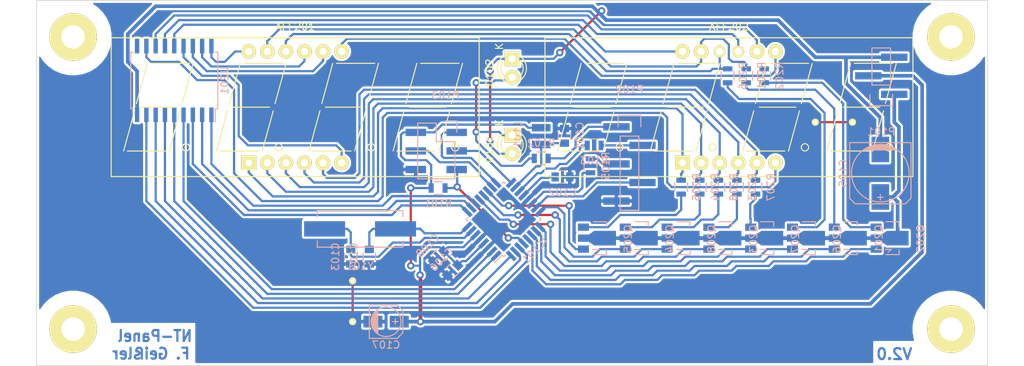
<source format=kicad_pcb>
(kicad_pcb (version 4) (host pcbnew "(2015-07-22 BZR 5980)-product")
  (layers (0 F.Cu signal) (31 B.Cu signal) (34 B.Paste user) (35 F.Paste user) (36 B.SilkS user) (37 F.SilkS user) (38 B.Mask user) (39 F.Mask user) (44 Edge.Cuts user))
  (net 0 "")
  (net 1 "Net-(AFF201-Pad1)")
  (net 2 "Net-(AFF201-Pad2)")
  (net 3 "Net-(AFF201-Pad3)")
  (net 4 "Net-(AFF201-Pad4)")
  (net 5 "Net-(AFF201-Pad5)")
  (net 6 "Net-(AFF201-Pad6)")
  (net 7 "Net-(AFF201-Pad9)")
  (net 8 "Net-(AFF201-Pad8)")
  (net 9 "Net-(AFF201-Pad12)")
  (net 10 "Net-(AFF201-Pad11)")
  (net 11 "Net-(AFF201-Pad7)")
  (net 12 "Net-(AFF201-Pad10)")
  (net 13 "Net-(AFF202-Pad6)")
  (net 14 "Net-(AFF202-Pad9)")
  (net 15 "Net-(AFF202-Pad8)")
  (net 16 "Net-(AFF202-Pad12)")
  (net 17 "Net-(C101-Pad1)")
  (net 18 GND)
  (net 19 "Net-(C102-Pad1)")
  (net 20 "Net-(C103-Pad1)")
  (net 21 "Net-(C104-Pad1)")
  (net 22 +8V)
  (net 23 +5V)
  (net 24 /VCV)
  (net 25 /Display/DIG3)
  (net 26 /Display/DIG4)
  (net 27 /Display/DIG5)
  (net 28 /Display/DIG6)
  (net 29 /Display/DIG7)
  (net 30 /Display/SEGA)
  (net 31 /Display/SEGB)
  (net 32 /MOSI)
  (net 33 /MISO)
  (net 34 /SCK)
  (net 35 /VU)
  (net 36 /VI)
  (net 37 /Display/SEGC)
  (net 38 /Display/SEGD)
  (net 39 /Display/SEGE)
  (net 40 /Display/SEGF)
  (net 41 /Display/SEGG)
  (net 42 /Display/SEGPT)
  (net 43 /~RESET)
  (net 44 /Display/DIG0)
  (net 45 /Display/DIG1)
  (net 46 /Display/DIG2)
  (net 47 "Net-(D101-Pad1)")
  (net 48 "Net-(Q201-Pad3)")
  (net 49 "Net-(Q202-Pad3)")
  (net 50 "Net-(Q203-Pad3)")
  (net 51 "Net-(Q204-Pad3)")
  (net 52 "Net-(Q205-Pad3)")
  (net 53 "Net-(Q206-Pad3)")
  (net 54 "Net-(Q207-Pad3)")
  (net 55 "Net-(Q208-Pad3)")
  (net 56 GNDPWR)
  (net 57 /~VU)
  (net 58 "Net-(P102-Pad2)")
  (net 59 "Net-(P102-Pad3)")
  (module mechanical:VIA_0805 (layer F.Cu) (at 108.204 88.392)
    (fp_text reference REF** hide)
    (fp_text value VIA_0805 hide)
    (pad "" thru_hole circle (at 0 0) (size 1 1) (drill 0.5) (layers *.Cu *.Mask F.SilkS) (net 18 GND))
  )
  (module mechanical:VIA_0805 (layer F.Cu) (at 108.204 93.98)
    (fp_text reference REF** hide)
    (fp_text value VIA_0805 hide)
    (pad "" thru_hole circle (at 0 0) (size 1 1) (drill 0.5) (layers *.Cu *.Mask F.SilkS) (net 18 GND))
  )
  (module mechanical:VIA_0805 (layer F.Cu) (at 176.53 66.675)
    (fp_text reference REF** hide)
    (fp_text value VIA_0805 hide)
    (pad "" thru_hole circle (at 0 0) (size 1 1) (drill 0.5) (layers *.Cu *.Mask F.SilkS) (net 18 GND))
  )
  (module mechanical:VIA_0805 (layer F.Cu) (at 171.45 66.675)
    (fp_text reference REF** hide)
    (fp_text value VIA_0805 hide)
    (pad "" thru_hole circle (at 0 0) (size 1 1) (drill 0.5) (layers *.Cu *.Mask F.SilkS) (net 18 GND))
  )
  (module mechanical:Hole_M3 (layer F.Cu) (at 190 55)
    (fp_text reference REF** hide)
    (fp_text value Hole_M3 hide)
    (pad 1 thru_hole circle (at 0 0) (size 6.5 6.5) (drill 3.2) (layers *.Cu *.Mask F.SilkS) (clearance 2))
  )
  (module mechanical:Hole_M3 (layer F.Cu) (at 190 95)
    (fp_text reference REF** hide)
    (fp_text value Hole_M3 hide)
    (pad 1 thru_hole circle (at 0 0) (size 6.5 6.5) (drill 3.2) (layers *.Cu *.Mask F.SilkS) (clearance 2))
  )
  (module mechanical:Hole_M3 (layer F.Cu) (at 70 95)
    (fp_text reference REF** hide)
    (fp_text value Hole_M3 hide)
    (pad 1 thru_hole circle (at 0 0) (size 6.5 6.5) (drill 3.2) (layers *.Cu *.Mask F.SilkS) (clearance 2))
  )
  (module Displays_7-Segment:Cx56-12 (layer F.Cu) (at 94 72.24)
    (fp_text reference AFF201 (at 6.35 -18.62) (layer F.SilkS))
    (fp_text value "Disp U")
    (pad 1 thru_hole rect (at 0 0) (size 2.032 2.032) (drill 0.9144) (layers *.Cu *.Mask F.SilkS) (net 1 "Net-(AFF201-Pad1)"))
    (pad 2 thru_hole circle (at 2.54 0) (size 2 2) (drill 1) (layers *.Cu *.Mask F.SilkS) (net 2 "Net-(AFF201-Pad2)"))
    (pad 3 thru_hole circle (at 5.08 0) (size 2 2) (drill 1) (layers *.Cu *.Mask F.SilkS) (net 3 "Net-(AFF201-Pad3)"))
    (pad 4 thru_hole circle (at 7.62 0) (size 2 2) (drill 1) (layers *.Cu *.Mask F.SilkS) (net 4 "Net-(AFF201-Pad4)"))
    (pad 5 thru_hole circle (at 10.16 0) (size 2 2) (drill 1) (layers *.Cu *.Mask F.SilkS) (net 5 "Net-(AFF201-Pad5)"))
    (pad 6 thru_hole circle (at 12.7 0) (size 2 2) (drill 1) (layers *.Cu *.Mask F.SilkS) (net 6 "Net-(AFF201-Pad6)"))
    (pad 9 thru_hole circle (at 7.62 -15.24) (size 2 2) (drill 1) (layers *.Cu *.Mask F.SilkS) (net 7 "Net-(AFF201-Pad9)"))
    (pad 8 thru_hole circle (at 10.16 -15.24) (size 2 2) (drill 1) (layers *.Cu *.Mask F.SilkS) (net 8 "Net-(AFF201-Pad8)"))
    (pad 12 thru_hole circle (at 0 -15.24) (size 2 2) (drill 1) (layers *.Cu *.Mask F.SilkS) (net 9 "Net-(AFF201-Pad12)"))
    (pad 11 thru_hole circle (at 2.54 -15.24) (size 2 2) (drill 1) (layers *.Cu *.Mask F.SilkS) (net 10 "Net-(AFF201-Pad11)"))
    (pad 7 thru_hole circle (at 12.7 -15.24) (size 2 2) (drill 1) (layers *.Cu *.Mask F.SilkS) (net 11 "Net-(AFF201-Pad7)"))
    (pad 10 thru_hole circle (at 5.08 -15.24) (size 2 2) (drill 1) (layers *.Cu *.Mask F.SilkS) (net 12 "Net-(AFF201-Pad10)"))
  )
  (module Displays_7-Segment:Cx56-12 (layer F.Cu) (at 153.3 72.24)
    (fp_text reference AFF202 (at 6.35 -18.62) (layer F.SilkS))
    (fp_text value "Disp I")
    (pad 1 thru_hole rect (at 0 0) (size 2.032 2.032) (drill 0.9144) (layers *.Cu *.Mask F.SilkS) (net 1 "Net-(AFF201-Pad1)"))
    (pad 2 thru_hole circle (at 2.54 0) (size 2 2) (drill 1) (layers *.Cu *.Mask F.SilkS) (net 2 "Net-(AFF201-Pad2)"))
    (pad 3 thru_hole circle (at 5.08 0) (size 2 2) (drill 1) (layers *.Cu *.Mask F.SilkS) (net 3 "Net-(AFF201-Pad3)"))
    (pad 4 thru_hole circle (at 7.62 0) (size 2 2) (drill 1) (layers *.Cu *.Mask F.SilkS) (net 4 "Net-(AFF201-Pad4)"))
    (pad 5 thru_hole circle (at 10.16 0) (size 2 2) (drill 1) (layers *.Cu *.Mask F.SilkS) (net 5 "Net-(AFF201-Pad5)"))
    (pad 6 thru_hole circle (at 12.7 0) (size 2 2) (drill 1) (layers *.Cu *.Mask F.SilkS) (net 13 "Net-(AFF202-Pad6)"))
    (pad 9 thru_hole circle (at 7.62 -15.24) (size 1.6 1.6) (drill 1) (layers *.Cu *.Mask F.SilkS) (net 14 "Net-(AFF202-Pad9)"))
    (pad 8 thru_hole circle (at 10.16 -15.24) (size 2 2) (drill 1) (layers *.Cu *.Mask F.SilkS) (net 15 "Net-(AFF202-Pad8)"))
    (pad 12 thru_hole circle (at 0 -15.24) (size 2 2) (drill 1) (layers *.Cu *.Mask F.SilkS) (net 16 "Net-(AFF202-Pad12)"))
    (pad 11 thru_hole circle (at 2.54 -15.24) (size 2 2) (drill 1) (layers *.Cu *.Mask F.SilkS) (net 10 "Net-(AFF201-Pad11)"))
    (pad 7 thru_hole circle (at 12.7 -15.24) (size 2 2) (drill 1) (layers *.Cu *.Mask F.SilkS) (net 11 "Net-(AFF201-Pad7)"))
    (pad 10 thru_hole circle (at 5.08 -15.24) (size 1.6 1.6) (drill 1) (layers *.Cu *.Mask F.SilkS) (net 12 "Net-(AFF201-Pad10)"))
  )
  (module Capacitors_SMD:C_0805 (layer B.Cu) (at 137.16 68.548697 90)
    (fp_text reference C101 (at 0 2.1 90) (layer B.SilkS) (effects (justify mirror)))
    (fp_text value 1u)
    (pad 1 smd rect (at -1 0 90) (size 1 1.25) (layers B.Cu B.Paste B.Mask) (net 17 "Net-(C101-Pad1)"))
    (pad 2 smd rect (at 1 0 90) (size 1 1.25) (layers B.Cu B.Paste B.Mask) (net 18 GND))
  )
  (module Capacitors_SMD:C_0805 (layer B.Cu) (at 136.89 74.168)
    (fp_text reference C102 (at 0 2.1) (layer B.SilkS) (effects (justify mirror)))
    (fp_text value 100n)
    (pad 1 smd rect (at -1 0) (size 1 1.25) (layers B.Cu B.Paste B.Mask) (net 19 "Net-(C102-Pad1)"))
    (pad 2 smd rect (at 1 0) (size 1 1.25) (layers B.Cu B.Paste B.Mask) (net 18 GND))
  )
  (module Capacitors_SMD:C_0805 (layer B.Cu) (at 107.95 85.09 270)
    (fp_text reference C103 (at 0 2.1 270) (layer B.SilkS) (effects (justify mirror)))
    (fp_text value 22p)
    (pad 1 smd rect (at -1 0 270) (size 1 1.25) (layers B.Cu B.Paste B.Mask) (net 20 "Net-(C103-Pad1)"))
    (pad 2 smd rect (at 1 0 270) (size 1 1.25) (layers B.Cu B.Paste B.Mask) (net 18 GND))
  )
  (module Capacitors_SMD:C_0805 (layer B.Cu) (at 110.49 85.09 270)
    (fp_text reference C104 (at 0 2.1 270) (layer B.SilkS) (effects (justify mirror)))
    (fp_text value 22p)
    (pad 1 smd rect (at -1 0 270) (size 1 1.25) (layers B.Cu B.Paste B.Mask) (net 21 "Net-(C104-Pad1)"))
    (pad 2 smd rect (at 1 0 270) (size 1 1.25) (layers B.Cu B.Paste B.Mask) (net 18 GND))
  )
  (module Capacitors_SMD:C_0805 (layer B.Cu) (at 121.865471 86.963697 225)
    (fp_text reference C106 (at 0 2.1 225) (layer B.SilkS) (effects (justify mirror)))
    (fp_text value 100n)
    (pad 1 smd rect (at -1 0 225) (size 1 1.25) (layers B.Cu B.Paste B.Mask) (net 23 +5V))
    (pad 2 smd rect (at 1 0 225) (size 1 1.25) (layers B.Cu B.Paste B.Mask) (net 18 GND))
  )
  (module Capacitors_SMD:C_0805 (layer B.Cu) (at 119.960471 85.058697 225)
    (fp_text reference C108 (at 0 2.1 225) (layer B.SilkS) (effects (justify mirror)))
    (fp_text value 100n)
    (pad 1 smd rect (at -1 0 225) (size 1 1.25) (layers B.Cu B.Paste B.Mask) (net 23 +5V))
    (pad 2 smd rect (at 1 0 225) (size 1 1.25) (layers B.Cu B.Paste B.Mask) (net 18 GND))
  )
  (module LEDs:LED-3MM (layer F.Cu) (at 130 68.46 270)
    (fp_text reference D101 (at 1.91 3.06 270) (layer F.SilkS))
    (fp_text value LED_CC)
    (fp_text user K (at -1.69 1.74 270) (layer F.SilkS))
    (pad 1 thru_hole rect (at 0 0) (size 2 2) (drill 1.00076) (layers *.Cu *.Mask F.SilkS) (net 47 "Net-(D101-Pad1)"))
    (pad 2 thru_hole circle (at 2.54 0 270) (size 2 2) (drill 1.00076) (layers *.Cu *.Mask F.SilkS) (net 56 GNDPWR))
  )
  (module LEDs:LED-3MM (layer F.Cu) (at 130 58 270)
    (fp_text reference D102 (at 1.91 3.06 270) (layer F.SilkS))
    (fp_text value LED_CV)
    (fp_text user K (at -1.69 1.74 270) (layer F.SilkS))
    (pad 1 thru_hole rect (at 0 0) (size 2 2) (drill 1.00076) (layers *.Cu *.Mask F.SilkS) (net 56 GNDPWR))
    (pad 2 thru_hole circle (at 2.54 0 270) (size 2 2) (drill 1.00076) (layers *.Cu *.Mask F.SilkS) (net 47 "Net-(D101-Pad1)"))
  )
  (module Housings_QFP:TQFP-32_7x7mm_Pitch0.8mm (layer B.Cu) (at 128.850471 79.978697 45)
    (fp_text reference IC101 (at 0 6.05 45) (layer B.SilkS) (effects (justify mirror)))
    (fp_text value ATMEGA8A-A)
    (pad 1 smd rect (at -4.25 2.8 45) (size 1.6 0.55) (layers B.Cu B.Paste B.Mask) (net 25 /Display/DIG3))
    (pad 2 smd rect (at -4.25 2 45) (size 1.6 0.55) (layers B.Cu B.Paste B.Mask) (net 26 /Display/DIG4))
    (pad 3 smd rect (at -4.25 1.2 45) (size 1.6 0.55) (layers B.Cu B.Paste B.Mask) (net 18 GND))
    (pad 4 smd rect (at -4.25 0.4 45) (size 1.6 0.55) (layers B.Cu B.Paste B.Mask) (net 23 +5V))
    (pad 5 smd rect (at -4.25 -0.4 45) (size 1.6 0.55) (layers B.Cu B.Paste B.Mask) (net 18 GND))
    (pad 6 smd rect (at -4.25 -1.2 45) (size 1.6 0.55) (layers B.Cu B.Paste B.Mask) (net 23 +5V))
    (pad 7 smd rect (at -4.25 -2 45) (size 1.6 0.55) (layers B.Cu B.Paste B.Mask) (net 20 "Net-(C103-Pad1)"))
    (pad 8 smd rect (at -4.25 -2.8 45) (size 1.6 0.55) (layers B.Cu B.Paste B.Mask) (net 21 "Net-(C104-Pad1)"))
    (pad 9 smd rect (at -2.8 -4.25 315) (size 1.6 0.55) (layers B.Cu B.Paste B.Mask) (net 27 /Display/DIG5))
    (pad 10 smd rect (at -2 -4.25 315) (size 1.6 0.55) (layers B.Cu B.Paste B.Mask) (net 28 /Display/DIG6))
    (pad 11 smd rect (at -1.2 -4.25 315) (size 1.6 0.55) (layers B.Cu B.Paste B.Mask) (net 29 /Display/DIG7))
    (pad 12 smd rect (at -0.4 -4.25 315) (size 1.6 0.55) (layers B.Cu B.Paste B.Mask) (net 37 /Display/SEGC))
    (pad 13 smd rect (at 0.4 -4.25 315) (size 1.6 0.55) (layers B.Cu B.Paste B.Mask) (net 42 /Display/SEGPT))
    (pad 14 smd rect (at 1.2 -4.25 315) (size 1.6 0.55) (layers B.Cu B.Paste B.Mask) (net 39 /Display/SEGE))
    (pad 15 smd rect (at 2 -4.25 315) (size 1.6 0.55) (layers B.Cu B.Paste B.Mask) (net 32 /MOSI))
    (pad 16 smd rect (at 2.8 -4.25 315) (size 1.6 0.55) (layers B.Cu B.Paste B.Mask) (net 33 /MISO))
    (pad 17 smd rect (at 4.25 -2.8 45) (size 1.6 0.55) (layers B.Cu B.Paste B.Mask) (net 34 /SCK))
    (pad 18 smd rect (at 4.25 -2 45) (size 1.6 0.55) (layers B.Cu B.Paste B.Mask) (net 17 "Net-(C101-Pad1)"))
    (pad 19 smd rect (at 4.25 -1.2 45) (size 1.6 0.55) (layers B.Cu B.Paste B.Mask) (net 35 /VU))
    (pad 20 smd rect (at 4.25 -0.4 45) (size 1.6 0.55) (layers B.Cu B.Paste B.Mask) (net 19 "Net-(C102-Pad1)"))
    (pad 21 smd rect (at 4.25 0.4 45) (size 1.6 0.55) (layers B.Cu B.Paste B.Mask) (net 18 GND))
    (pad 22 smd rect (at 4.25 1.2 45) (size 1.6 0.55) (layers B.Cu B.Paste B.Mask) (net 57 /~VU))
    (pad 23 smd rect (at 4.25 2 45) (size 1.6 0.55) (layers B.Cu B.Paste B.Mask) (net 36 /VI))
    (pad 24 smd rect (at 4.25 2.8 45) (size 1.6 0.55) (layers B.Cu B.Paste B.Mask) (net 38 /Display/SEGD))
    (pad 25 smd rect (at 2.8 4.25 315) (size 1.6 0.55) (layers B.Cu B.Paste B.Mask) (net 41 /Display/SEGG))
    (pad 26 smd rect (at 2 4.25 315) (size 1.6 0.55) (layers B.Cu B.Paste B.Mask) (net 40 /Display/SEGF))
    (pad 27 smd rect (at 1.2 4.25 315) (size 1.6 0.55) (layers B.Cu B.Paste B.Mask) (net 30 /Display/SEGA))
    (pad 28 smd rect (at 0.4 4.25 315) (size 1.6 0.55) (layers B.Cu B.Paste B.Mask) (net 31 /Display/SEGB))
    (pad 29 smd rect (at -0.4 4.25 315) (size 1.6 0.55) (layers B.Cu B.Paste B.Mask) (net 43 /~RESET))
    (pad 30 smd rect (at -1.2 4.25 315) (size 1.6 0.55) (layers B.Cu B.Paste B.Mask) (net 44 /Display/DIG0))
    (pad 31 smd rect (at -2 4.25 315) (size 1.6 0.55) (layers B.Cu B.Paste B.Mask) (net 45 /Display/DIG1))
    (pad 32 smd rect (at -2.8 4.25 315) (size 1.6 0.55) (layers B.Cu B.Paste B.Mask) (net 46 /Display/DIG2))
  )
  (module Inductors_NEOSID:Neosid_Inductor_SM-NE29_SMD1008 (layer B.Cu) (at 133.985 68.58 270)
    (fp_text reference L101 (at -0.20066 3.2004 270) (layer B.SilkS) (effects (justify mirror)))
    (fp_text value 47u)
    (pad 2 smd rect (at 1.14554 0 270) (size 1.02108 2.54) (layers B.Cu B.Paste B.Mask) (net 17 "Net-(C101-Pad1)"))
    (pad 1 smd rect (at -1.14554 0 270) (size 1.02108 2.54) (layers B.Cu B.Paste B.Mask) (net 23 +5V))
  )
  (module pinhead_smd:Pin_Header_Straight_1x03 (layer B.Cu) (at 180.467 62.865)
    (fp_text reference P101 (at 0 5.1) (layer B.SilkS) (effects (justify mirror)))
    (fp_text value PSU)
    (pad 1 smd rect (at 1.778 0) (size 3.6 1) (layers B.Cu B.Paste B.Mask) (net 22 +8V))
    (pad 2 smd rect (at -1.778 -2.54) (size 3.6 1) (layers B.Cu B.Paste B.Mask) (net 23 +5V))
    (pad 3 smd rect (at 1.778 -5.08) (size 3.6 1) (layers B.Cu B.Paste B.Mask) (net 56 GNDPWR))
  )
  (module pinhead_smd:Pin_Header_Straight_2x03 (layer B.Cu) (at 120.904 68.072 180)
    (fp_text reference P103 (at 0 5.1 180) (layer B.SilkS) (effects (justify mirror)))
    (fp_text value SPI)
    (pad 1 smd rect (at -1.524 0 180) (size 2.8 1) (layers B.Cu B.Paste B.Mask) (net 33 /MISO))
    (pad 2 smd rect (at 4.064 0 180) (size 2.8 1) (layers B.Cu B.Paste B.Mask) (net 23 +5V))
    (pad 3 smd rect (at -1.524 -2.54 180) (size 2.8 1) (layers B.Cu B.Paste B.Mask) (net 34 /SCK))
    (pad 4 smd rect (at 4.064 -2.54 180) (size 2.8 1) (layers B.Cu B.Paste B.Mask) (net 32 /MOSI))
    (pad 5 smd rect (at -1.524 -5.08 180) (size 2.8 1) (layers B.Cu B.Paste B.Mask) (net 43 /~RESET))
    (pad 6 smd rect (at 4.064 -5.08 180) (size 2.8 1) (layers B.Cu B.Paste B.Mask) (net 18 GND))
  )
  (module Housings_SOT-89:SOT89-3_Housing (layer B.Cu) (at 175.895 82.55 90)
    (fp_text reference Q201 (at -0.09906 4.24942 90) (layer B.SilkS) (effects (justify mirror)))
    (fp_text value BCX56)
    (pad 1 smd rect (at -1.50114 -1.85166 90) (size 1.00076 1.50114) (layers B.Cu B.Paste B.Mask) (net 30 /Display/SEGA))
    (pad 2 smd rect (at 0 -1.85166 90) (size 1.00076 1.50114) (layers B.Cu B.Paste B.Mask) (net 22 +8V))
    (pad 3 smd rect (at 1.50114 -1.85166 90) (size 1.00076 1.50114) (layers B.Cu B.Paste B.Mask) (net 48 "Net-(Q201-Pad3)"))
    (pad 2 smd rect (at 0 1.09982 90) (size 1.99898 2.99974) (layers B.Cu B.Paste B.Mask) (net 22 +8V))
    (pad 2 smd trapezoid (at 0 -0.7493 270) (size 1.50114 0.7493) (rect_delta 0 -0.50038) (layers B.Cu B.Paste B.Mask) (net 22 +8V))
  )
  (module Housings_SOT-89:SOT89-3_Housing (layer B.Cu) (at 181.61 82.55 90)
    (fp_text reference Q202 (at -0.09906 4.24942 90) (layer B.SilkS) (effects (justify mirror)))
    (fp_text value BCX56)
    (pad 1 smd rect (at -1.50114 -1.85166 90) (size 1.00076 1.50114) (layers B.Cu B.Paste B.Mask) (net 31 /Display/SEGB))
    (pad 2 smd rect (at 0 -1.85166 90) (size 1.00076 1.50114) (layers B.Cu B.Paste B.Mask) (net 22 +8V))
    (pad 3 smd rect (at 1.50114 -1.85166 90) (size 1.00076 1.50114) (layers B.Cu B.Paste B.Mask) (net 49 "Net-(Q202-Pad3)"))
    (pad 2 smd rect (at 0 1.09982 90) (size 1.99898 2.99974) (layers B.Cu B.Paste B.Mask) (net 22 +8V))
    (pad 2 smd trapezoid (at 0 -0.7493 270) (size 1.50114 0.7493) (rect_delta 0 -0.50038) (layers B.Cu B.Paste B.Mask) (net 22 +8V))
  )
  (module Housings_SOT-89:SOT89-3_Housing (layer B.Cu) (at 158.75 82.55 90)
    (fp_text reference Q203 (at -0.09906 4.24942 90) (layer B.SilkS) (effects (justify mirror)))
    (fp_text value BCX56)
    (pad 1 smd rect (at -1.50114 -1.85166 90) (size 1.00076 1.50114) (layers B.Cu B.Paste B.Mask) (net 37 /Display/SEGC))
    (pad 2 smd rect (at 0 -1.85166 90) (size 1.00076 1.50114) (layers B.Cu B.Paste B.Mask) (net 22 +8V))
    (pad 3 smd rect (at 1.50114 -1.85166 90) (size 1.00076 1.50114) (layers B.Cu B.Paste B.Mask) (net 50 "Net-(Q203-Pad3)"))
    (pad 2 smd rect (at 0 1.09982 90) (size 1.99898 2.99974) (layers B.Cu B.Paste B.Mask) (net 22 +8V))
    (pad 2 smd trapezoid (at 0 -0.7493 270) (size 1.50114 0.7493) (rect_delta 0 -0.50038) (layers B.Cu B.Paste B.Mask) (net 22 +8V))
  )
  (module Housings_SOT-89:SOT89-3_Housing (layer B.Cu) (at 147.32 82.55 90)
    (fp_text reference Q204 (at -0.09906 4.24942 90) (layer B.SilkS) (effects (justify mirror)))
    (fp_text value BCX56)
    (pad 1 smd rect (at -1.50114 -1.85166 90) (size 1.00076 1.50114) (layers B.Cu B.Paste B.Mask) (net 38 /Display/SEGD))
    (pad 2 smd rect (at 0 -1.85166 90) (size 1.00076 1.50114) (layers B.Cu B.Paste B.Mask) (net 22 +8V))
    (pad 3 smd rect (at 1.50114 -1.85166 90) (size 1.00076 1.50114) (layers B.Cu B.Paste B.Mask) (net 51 "Net-(Q204-Pad3)"))
    (pad 2 smd rect (at 0 1.09982 90) (size 1.99898 2.99974) (layers B.Cu B.Paste B.Mask) (net 22 +8V))
    (pad 2 smd trapezoid (at 0 -0.7493 270) (size 1.50114 0.7493) (rect_delta 0 -0.50038) (layers B.Cu B.Paste B.Mask) (net 22 +8V))
  )
  (module Housings_SOT-89:SOT89-3_Housing (layer B.Cu) (at 141.605 82.55 90)
    (fp_text reference Q205 (at -0.09906 4.24942 90) (layer B.SilkS) (effects (justify mirror)))
    (fp_text value BCX56)
    (pad 1 smd rect (at -1.50114 -1.85166 90) (size 1.00076 1.50114) (layers B.Cu B.Paste B.Mask) (net 39 /Display/SEGE))
    (pad 2 smd rect (at 0 -1.85166 90) (size 1.00076 1.50114) (layers B.Cu B.Paste B.Mask) (net 22 +8V))
    (pad 3 smd rect (at 1.50114 -1.85166 90) (size 1.00076 1.50114) (layers B.Cu B.Paste B.Mask) (net 52 "Net-(Q205-Pad3)"))
    (pad 2 smd rect (at 0 1.09982 90) (size 1.99898 2.99974) (layers B.Cu B.Paste B.Mask) (net 22 +8V))
    (pad 2 smd trapezoid (at 0 -0.7493 270) (size 1.50114 0.7493) (rect_delta 0 -0.50038) (layers B.Cu B.Paste B.Mask) (net 22 +8V))
  )
  (module Housings_SOT-89:SOT89-3_Housing (layer B.Cu) (at 170.18 82.55 90)
    (fp_text reference Q206 (at -0.09906 4.24942 90) (layer B.SilkS) (effects (justify mirror)))
    (fp_text value BCX56)
    (pad 1 smd rect (at -1.50114 -1.85166 90) (size 1.00076 1.50114) (layers B.Cu B.Paste B.Mask) (net 40 /Display/SEGF))
    (pad 2 smd rect (at 0 -1.85166 90) (size 1.00076 1.50114) (layers B.Cu B.Paste B.Mask) (net 22 +8V))
    (pad 3 smd rect (at 1.50114 -1.85166 90) (size 1.00076 1.50114) (layers B.Cu B.Paste B.Mask) (net 53 "Net-(Q206-Pad3)"))
    (pad 2 smd rect (at 0 1.09982 90) (size 1.99898 2.99974) (layers B.Cu B.Paste B.Mask) (net 22 +8V))
    (pad 2 smd trapezoid (at 0 -0.7493 270) (size 1.50114 0.7493) (rect_delta 0 -0.50038) (layers B.Cu B.Paste B.Mask) (net 22 +8V))
  )
  (module Housings_SOT-89:SOT89-3_Housing (layer B.Cu) (at 164.465 82.55 90)
    (fp_text reference Q207 (at -0.09906 4.24942 90) (layer B.SilkS) (effects (justify mirror)))
    (fp_text value BCX56)
    (pad 1 smd rect (at -1.50114 -1.85166 90) (size 1.00076 1.50114) (layers B.Cu B.Paste B.Mask) (net 41 /Display/SEGG))
    (pad 2 smd rect (at 0 -1.85166 90) (size 1.00076 1.50114) (layers B.Cu B.Paste B.Mask) (net 22 +8V))
    (pad 3 smd rect (at 1.50114 -1.85166 90) (size 1.00076 1.50114) (layers B.Cu B.Paste B.Mask) (net 54 "Net-(Q207-Pad3)"))
    (pad 2 smd rect (at 0 1.09982 90) (size 1.99898 2.99974) (layers B.Cu B.Paste B.Mask) (net 22 +8V))
    (pad 2 smd trapezoid (at 0 -0.7493 270) (size 1.50114 0.7493) (rect_delta 0 -0.50038) (layers B.Cu B.Paste B.Mask) (net 22 +8V))
  )
  (module Housings_SOT-89:SOT89-3_Housing (layer B.Cu) (at 153.035 82.55 90)
    (fp_text reference Q208 (at -0.09906 4.24942 90) (layer B.SilkS) (effects (justify mirror)))
    (fp_text value BCX56)
    (pad 1 smd rect (at -1.50114 -1.85166 90) (size 1.00076 1.50114) (layers B.Cu B.Paste B.Mask) (net 42 /Display/SEGPT))
    (pad 2 smd rect (at 0 -1.85166 90) (size 1.00076 1.50114) (layers B.Cu B.Paste B.Mask) (net 22 +8V))
    (pad 3 smd rect (at 1.50114 -1.85166 90) (size 1.00076 1.50114) (layers B.Cu B.Paste B.Mask) (net 55 "Net-(Q208-Pad3)"))
    (pad 2 smd rect (at 0 1.09982 90) (size 1.99898 2.99974) (layers B.Cu B.Paste B.Mask) (net 22 +8V))
    (pad 2 smd trapezoid (at 0 -0.7493 270) (size 1.50114 0.7493) (rect_delta 0 -0.50038) (layers B.Cu B.Paste B.Mask) (net 22 +8V))
  )
  (module Resistors_SMD:R_0805 (layer B.Cu) (at 119.888 75.692)
    (fp_text reference R101 (at 0 2.1) (layer B.SilkS) (effects (justify mirror)))
    (fp_text value 10k)
    (pad 1 smd rect (at -0.95 0) (size 0.7 1.3) (layers B.Cu B.Paste B.Mask) (net 23 +5V))
    (pad 2 smd rect (at 0.95 0) (size 0.7 1.3) (layers B.Cu B.Paste B.Mask) (net 43 /~RESET))
  )
  (module Resistors_SMD:R_0805 (layer B.Cu) (at 133.985 71.628 180)
    (fp_text reference R102 (at 0 2.1 180) (layer B.SilkS) (effects (justify mirror)))
    (fp_text value 100)
    (pad 1 smd rect (at -0.95 0 180) (size 0.7 1.3) (layers B.Cu B.Paste B.Mask) (net 24 /VCV))
    (pad 2 smd rect (at 0.95 0 180) (size 0.7 1.3) (layers B.Cu B.Paste B.Mask) (net 47 "Net-(D101-Pad1)"))
  )
  (module Resistors_SMD:R_0805 (layer B.Cu) (at 162.005 60.325 90)
    (fp_text reference R201 (at 0 2.1 90) (layer B.SilkS) (effects (justify mirror)))
    (fp_text value 68)
    (pad 1 smd rect (at -0.95 0 90) (size 0.7 1.3) (layers B.Cu B.Paste B.Mask) (net 48 "Net-(Q201-Pad3)"))
    (pad 2 smd rect (at 0.95 0 90) (size 0.7 1.3) (layers B.Cu B.Paste B.Mask) (net 10 "Net-(AFF201-Pad11)"))
  )
  (module Resistors_SMD:R_0805 (layer B.Cu) (at 164.465 60.325 90)
    (fp_text reference R202 (at 0 2.1 90) (layer B.SilkS) (effects (justify mirror)))
    (fp_text value 68)
    (pad 1 smd rect (at -0.95 0 90) (size 0.7 1.3) (layers B.Cu B.Paste B.Mask) (net 49 "Net-(Q202-Pad3)"))
    (pad 2 smd rect (at 0.95 0 90) (size 0.7 1.3) (layers B.Cu B.Paste B.Mask) (net 11 "Net-(AFF201-Pad7)"))
  )
  (module Resistors_SMD:R_0805 (layer B.Cu) (at 160.735 75.565 90)
    (fp_text reference R203 (at 0 2.1 90) (layer B.SilkS) (effects (justify mirror)))
    (fp_text value 68)
    (pad 1 smd rect (at -0.95 0 90) (size 0.7 1.3) (layers B.Cu B.Paste B.Mask) (net 50 "Net-(Q203-Pad3)"))
    (pad 2 smd rect (at 0.95 0 90) (size 0.7 1.3) (layers B.Cu B.Paste B.Mask) (net 4 "Net-(AFF201-Pad4)"))
  )
  (module Resistors_SMD:R_0805 (layer B.Cu) (at 155.655 75.565 90)
    (fp_text reference R204 (at 0 2.1 90) (layer B.SilkS) (effects (justify mirror)))
    (fp_text value 68)
    (pad 1 smd rect (at -0.95 0 90) (size 0.7 1.3) (layers B.Cu B.Paste B.Mask) (net 51 "Net-(Q204-Pad3)"))
    (pad 2 smd rect (at 0.95 0 90) (size 0.7 1.3) (layers B.Cu B.Paste B.Mask) (net 2 "Net-(AFF201-Pad2)"))
  )
  (module Resistors_SMD:R_0805 (layer B.Cu) (at 153.115 75.565 90)
    (fp_text reference R205 (at 0 2.1 90) (layer B.SilkS) (effects (justify mirror)))
    (fp_text value 68)
    (pad 1 smd rect (at -0.95 0 90) (size 0.7 1.3) (layers B.Cu B.Paste B.Mask) (net 52 "Net-(Q205-Pad3)"))
    (pad 2 smd rect (at 0.95 0 90) (size 0.7 1.3) (layers B.Cu B.Paste B.Mask) (net 1 "Net-(AFF201-Pad1)"))
  )
  (module Resistors_SMD:R_0805 (layer B.Cu) (at 159.465 60.325 90)
    (fp_text reference R206 (at 0 2.1 90) (layer B.SilkS) (effects (justify mirror)))
    (fp_text value 68)
    (pad 1 smd rect (at -0.95 0 90) (size 0.7 1.3) (layers B.Cu B.Paste B.Mask) (net 53 "Net-(Q206-Pad3)"))
    (pad 2 smd rect (at 0.95 0 90) (size 0.7 1.3) (layers B.Cu B.Paste B.Mask) (net 12 "Net-(AFF201-Pad10)"))
  )
  (module Resistors_SMD:R_0805 (layer B.Cu) (at 163.275 75.565 90)
    (fp_text reference R207 (at 0 2.1 90) (layer B.SilkS) (effects (justify mirror)))
    (fp_text value 68)
    (pad 1 smd rect (at -0.95 0 90) (size 0.7 1.3) (layers B.Cu B.Paste B.Mask) (net 54 "Net-(Q207-Pad3)"))
    (pad 2 smd rect (at 0.95 0 90) (size 0.7 1.3) (layers B.Cu B.Paste B.Mask) (net 5 "Net-(AFF201-Pad5)"))
  )
  (module Resistors_SMD:R_0805 (layer B.Cu) (at 158.195 75.565 90)
    (fp_text reference R208 (at 0 2.1 90) (layer B.SilkS) (effects (justify mirror)))
    (fp_text value 68)
    (pad 1 smd rect (at -0.95 0 90) (size 0.7 1.3) (layers B.Cu B.Paste B.Mask) (net 55 "Net-(Q208-Pad3)"))
    (pad 2 smd rect (at 0.95 0 90) (size 0.7 1.3) (layers B.Cu B.Paste B.Mask) (net 3 "Net-(AFF201-Pad3)"))
  )
  (module Housings_SOIC:SOIC-18_7.5x11.6mm_Pitch1.27mm (layer B.Cu) (at 83.82 60.96 90)
    (fp_text reference U201 (at 0 6.875 90) (layer B.SilkS) (effects (justify mirror)))
    (fp_text value ULN2803)
    (pad 1 smd rect (at -4.7 5.08 90) (size 2 0.6) (layers B.Cu B.Paste B.Mask) (net 29 /Display/DIG7))
    (pad 2 smd rect (at -4.7 3.81 90) (size 2 0.6) (layers B.Cu B.Paste B.Mask) (net 28 /Display/DIG6))
    (pad 3 smd rect (at -4.7 2.54 90) (size 2 0.6) (layers B.Cu B.Paste B.Mask) (net 27 /Display/DIG5))
    (pad 4 smd rect (at -4.7 1.27 90) (size 2 0.6) (layers B.Cu B.Paste B.Mask) (net 26 /Display/DIG4))
    (pad 5 smd rect (at -4.7 0 90) (size 2 0.6) (layers B.Cu B.Paste B.Mask) (net 25 /Display/DIG3))
    (pad 6 smd rect (at -4.7 -1.27 90) (size 2 0.6) (layers B.Cu B.Paste B.Mask) (net 46 /Display/DIG2))
    (pad 7 smd rect (at -4.7 -2.54 90) (size 2 0.6) (layers B.Cu B.Paste B.Mask) (net 45 /Display/DIG1))
    (pad 8 smd rect (at -4.7 -3.81 90) (size 2 0.6) (layers B.Cu B.Paste B.Mask) (net 44 /Display/DIG0))
    (pad 9 smd rect (at -4.7 -5.08 90) (size 2 0.6) (layers B.Cu B.Paste B.Mask) (net 56 GNDPWR))
    (pad 10 smd rect (at 4.7 -5.08 90) (size 2 0.6) (layers B.Cu B.Paste B.Mask))
    (pad 11 smd rect (at 4.7 -3.81 90) (size 2 0.6) (layers B.Cu B.Paste B.Mask) (net 13 "Net-(AFF202-Pad6)"))
    (pad 12 smd rect (at 4.7 -2.54 90) (size 2 0.6) (layers B.Cu B.Paste B.Mask) (net 15 "Net-(AFF202-Pad8)"))
    (pad 13 smd rect (at 4.7 -1.27 90) (size 2 0.6) (layers B.Cu B.Paste B.Mask) (net 14 "Net-(AFF202-Pad9)"))
    (pad 14 smd rect (at 4.7 0 90) (size 2 0.6) (layers B.Cu B.Paste B.Mask) (net 16 "Net-(AFF202-Pad12)"))
    (pad 15 smd rect (at 4.7 1.27 90) (size 2 0.6) (layers B.Cu B.Paste B.Mask) (net 6 "Net-(AFF201-Pad6)"))
    (pad 16 smd rect (at 4.7 2.54 90) (size 2 0.6) (layers B.Cu B.Paste B.Mask) (net 8 "Net-(AFF201-Pad8)"))
    (pad 17 smd rect (at 4.7 3.81 90) (size 2 0.6) (layers B.Cu B.Paste B.Mask) (net 7 "Net-(AFF201-Pad9)"))
    (pad 18 smd rect (at 4.7 5.08 90) (size 2 0.6) (layers B.Cu B.Paste B.Mask) (net 9 "Net-(AFF201-Pad12)"))
  )
  (module Crystals:Crystal_HC49-SD_SMD (layer B.Cu) (at 109.22 81.28)
    (fp_text reference Y101 (at 0 5.08) (layer B.SilkS) (effects (justify mirror)))
    (fp_text value 16MHz)
    (pad 1 smd rect (at -4.84886 0) (size 5.6007 2.10058) (layers B.Cu B.Paste B.Mask) (net 20 "Net-(C103-Pad1)"))
    (pad 2 smd rect (at 4.84886 0) (size 5.6007 2.10058) (layers B.Cu B.Paste B.Mask) (net 21 "Net-(C104-Pad1)"))
  )
  (module mechanical:Hole_M3 (layer F.Cu) (at 70 55)
    (fp_text reference REF** hide)
    (fp_text value Hole_M3 hide)
    (pad 1 thru_hole circle (at 0 0) (size 6.5 6.5) (drill 3.2) (layers *.Cu *.Mask F.SilkS) (clearance 2))
  )
  (module Capacitors_SMD:c_elec_8x10 (layer B.Cu) (at 180.34 73.66 270)
    (fp_text reference C105 (at 0 5.08 270) (layer B.SilkS) (effects (justify mirror)))
    (fp_text value 470u)
    (pad 1 smd rect (at 3.2512 0 270) (size 3.50012 2.4003) (layers B.Cu B.Paste B.Mask) (net 22 +8V))
    (pad 2 smd rect (at -3.2512 0 270) (size 3.50012 2.4003) (layers B.Cu B.Paste B.Mask) (net 56 GNDPWR))
  )
  (module Capacitors_SMD:c_elec_4x5.3 (layer B.Cu) (at 112.776 93.98)
    (fp_text reference C107 (at 0 3.175) (layer B.SilkS) (effects (justify mirror)))
    (fp_text value 33u)
    (pad 1 smd rect (at 1.80086 0) (size 2.60096 1.6002) (layers B.Cu B.Paste B.Mask) (net 23 +5V))
    (pad 2 smd rect (at -1.80086 0) (size 2.60096 1.6002) (layers B.Cu B.Paste B.Mask) (net 18 GND))
  )
  (module Resistors_SMD:R_0805 (layer B.Cu) (at 141.224 69.85)
    (fp_text reference R103 (at 0 2.1) (layer B.SilkS) (effects (justify mirror)))
    (fp_text value 10k)
    (pad 1 smd rect (at -0.95 0) (size 0.7 1.3) (layers B.Cu B.Paste B.Mask) (net 35 /VU))
    (pad 2 smd rect (at 0.95 0) (size 0.7 1.3) (layers B.Cu B.Paste B.Mask) (net 58 "Net-(P102-Pad2)"))
  )
  (module Resistors_SMD:R_0805 (layer B.Cu) (at 140.716 72.644 90)
    (fp_text reference R105 (at 0 2.1 90) (layer B.SilkS) (effects (justify mirror)))
    (fp_text value 10k)
    (pad 1 smd rect (at -0.95 0 90) (size 0.7 1.3) (layers B.Cu B.Paste B.Mask) (net 57 /~VU))
    (pad 2 smd rect (at 0.95 0 90) (size 0.7 1.3) (layers B.Cu B.Paste B.Mask) (net 59 "Net-(P102-Pad3)"))
  )
  (module pinhead_smd:Pin_Header_Straight_1x05 (layer B.Cu) (at 146.05 67.31 180)
    (fp_text reference P102 (at 0 5.1 180) (layer B.SilkS) (effects (justify mirror)))
    (fp_text value Reg)
    (pad 1 smd rect (at 1.778 0 180) (size 3.6 1) (layers B.Cu B.Paste B.Mask) (net 24 /VCV))
    (pad 2 smd rect (at -1.778 -2.54 180) (size 3.6 1) (layers B.Cu B.Paste B.Mask) (net 58 "Net-(P102-Pad2)"))
    (pad 3 smd rect (at 1.778 -5.08 180) (size 3.6 1) (layers B.Cu B.Paste B.Mask) (net 59 "Net-(P102-Pad3)"))
    (pad 4 smd rect (at -1.778 -7.62 180) (size 3.6 1) (layers B.Cu B.Paste B.Mask) (net 36 /VI))
    (pad 5 smd rect (at 1.778 -10.16 180) (size 3.6 1) (layers B.Cu B.Paste B.Mask) (net 18 GND))
  )
  (gr_text V2.0 (at 182.245 98.425) (layer B.Cu) (effects (font (size 1.5 1.5) (thickness 0.3)) (justify mirror)))
  (gr_line (start 195 50) (end 195 60) (layer Edge.Cuts) (width 0.1))
  (gr_line (start 65 60) (end 65 50) (layer Edge.Cuts) (width 0.1))
  (gr_line (start 65 100) (end 65 85) (layer Edge.Cuts) (width 0.1))
  (gr_line (start 195 60) (end 195 100) (layer Edge.Cuts) (width 0.1))
  (gr_line (start 65 60) (end 65 85) (layer Edge.Cuts) (width 0.1))
  (gr_text "NT-Panel \nF. Geißler" (at 80.645 97.155) (layer B.Cu) (effects (font (size 1.5 1.4) (thickness 0.3)) (justify mirror)))
  (gr_line (start 195 100) (end 65 100) (layer Edge.Cuts) (width 0.1))
  (gr_line (start 65 50) (end 195 50) (layer Edge.Cuts) (width 0.1))
  (segment (start 65 70) (end 65 85) (width 0.3) (layer Edge.Cuts) (net 0))
  (segment (start 65 60) (end 65 70) (width 0.3) (layer Edge.Cuts) (net 0))
  (segment (start 55 60) (end 65 60) (width 0.3) (layer Edge.Cuts) (net 0))
  (segment (start 152.48 64.77) (end 113.427637 64.77) (width 0.3) (layer B.Cu) (net 1))
  (segment (start 94 73.556) (end 94 72.24) (width 0.3) (layer B.Cu) (net 1))
  (segment (start 113.427637 64.77) (end 112.315 64.77) (width 0.3) (layer B.Cu) (net 1))
  (segment (start 112.315 64.77) (end 111.68 65.405) (width 0.3) (layer B.Cu) (net 1))
  (segment (start 111.68 65.405) (end 111.68 76.2) (width 0.3) (layer B.Cu) (net 1))
  (segment (start 111.68 76.2) (end 111.045 76.835) (width 0.3) (layer B.Cu) (net 1))
  (segment (start 111.045 76.835) (end 97.279 76.835) (width 0.3) (layer B.Cu) (net 1))
  (segment (start 97.279 76.835) (end 94 73.556) (width 0.3) (layer B.Cu) (net 1))
  (segment (start 153.3 72.24) (end 153.3 65.59) (width 0.3) (layer B.Cu) (net 1))
  (segment (start 153.3 65.59) (end 152.48 64.77) (width 0.3) (layer B.Cu) (net 1))
  (segment (start 153.3 72.24) (end 153.3 73.556) (width 0.3) (layer B.Cu) (net 1))
  (segment (start 153.3 73.556) (end 153.115 73.741) (width 0.3) (layer B.Cu) (net 1))
  (segment (start 153.115 73.741) (end 153.115 74.615) (width 0.3) (layer B.Cu) (net 1))
  (segment (start 112.086775 64.135) (end 153.115 64.135) (width 0.3) (layer B.Cu) (net 2))
  (segment (start 112.086775 64.135) (end 111.68 64.135) (width 0.3) (layer B.Cu) (net 2))
  (segment (start 99.085787 76.2) (end 96.54 73.654213) (width 0.3) (layer B.Cu) (net 2))
  (segment (start 111.68 64.135) (end 111.045 64.77) (width 0.3) (layer B.Cu) (net 2))
  (segment (start 111.045 64.77) (end 111.045 75.565) (width 0.3) (layer B.Cu) (net 2))
  (segment (start 111.045 75.565) (end 110.41 76.2) (width 0.3) (layer B.Cu) (net 2))
  (segment (start 110.41 76.2) (end 99.085787 76.2) (width 0.3) (layer B.Cu) (net 2))
  (segment (start 96.54 73.654213) (end 96.54 72.24) (width 0.3) (layer B.Cu) (net 2))
  (segment (start 155.84 72.24) (end 155.84 66.86) (width 0.3) (layer B.Cu) (net 2))
  (segment (start 155.84 66.86) (end 153.115 64.135) (width 0.3) (layer B.Cu) (net 2))
  (segment (start 155.84 72.24) (end 155.84 73.654213) (width 0.3) (layer B.Cu) (net 2))
  (segment (start 155.84 73.654213) (end 155.655 73.839213) (width 0.3) (layer B.Cu) (net 2))
  (segment (start 155.655 73.839213) (end 155.655 74.615) (width 0.3) (layer B.Cu) (net 2))
  (segment (start 153.715009 63.534991) (end 111.587518 63.534991) (width 0.3) (layer B.Cu) (net 3))
  (segment (start 110.904764 63.640236) (end 110.755264 63.789736) (width 0.3) (layer B.Cu) (net 3))
  (segment (start 110.755264 63.789736) (end 110.41 64.135) (width 0.3) (layer B.Cu) (net 3))
  (segment (start 111.587518 63.534991) (end 111.010009 63.534991) (width 0.3) (layer B.Cu) (net 3))
  (segment (start 111.010009 63.534991) (end 110.755264 63.789736) (width 0.3) (layer B.Cu) (net 3))
  (segment (start 153.75 63.5) (end 153.715009 63.534991) (width 0.3) (layer B.Cu) (net 3))
  (segment (start 111.010009 63.534991) (end 110.904764 63.640236) (width 0.3) (layer B.Cu) (net 3))
  (segment (start 158.38 72.24) (end 158.38 68.13) (width 0.3) (layer B.Cu) (net 3))
  (segment (start 158.38 68.13) (end 153.75 63.5) (width 0.3) (layer B.Cu) (net 3))
  (segment (start 109.775 75.565) (end 100.990787 75.565) (width 0.3) (layer B.Cu) (net 3))
  (segment (start 100.990787 75.565) (end 99.08 73.654213) (width 0.3) (layer B.Cu) (net 3))
  (segment (start 110.41 64.135) (end 110.41 74.93) (width 0.3) (layer B.Cu) (net 3))
  (segment (start 110.41 74.93) (end 109.775 75.565) (width 0.3) (layer B.Cu) (net 3))
  (segment (start 99.08 73.654213) (end 99.08 72.24) (width 0.3) (layer B.Cu) (net 3))
  (segment (start 158.38 72.24) (end 158.38 73.654213) (width 0.3) (layer B.Cu) (net 3))
  (segment (start 158.38 73.654213) (end 158.195 73.839213) (width 0.3) (layer B.Cu) (net 3))
  (segment (start 158.195 73.839213) (end 158.195 74.615) (width 0.3) (layer B.Cu) (net 3))
  (segment (start 111.501931 62.865) (end 154.385 62.865) (width 0.3) (layer B.Cu) (net 4))
  (segment (start 111.501931 62.865) (end 110.41 62.865) (width 0.3) (layer B.Cu) (net 4))
  (segment (start 110.41 62.865) (end 109.775 63.5) (width 0.3) (layer B.Cu) (net 4))
  (segment (start 109.775 63.5) (end 109.775 74.295) (width 0.3) (layer B.Cu) (net 4))
  (segment (start 109.775 74.295) (end 109.14 74.93) (width 0.3) (layer B.Cu) (net 4))
  (segment (start 109.14 74.93) (end 102.895787 74.93) (width 0.3) (layer B.Cu) (net 4))
  (segment (start 102.895787 74.93) (end 101.62 73.654213) (width 0.3) (layer B.Cu) (net 4))
  (segment (start 101.62 73.654213) (end 101.62 72.24) (width 0.3) (layer B.Cu) (net 4))
  (segment (start 160.92 69.4) (end 160.92 72.24) (width 0.3) (layer B.Cu) (net 4))
  (segment (start 154.385 62.865) (end 160.92 69.4) (width 0.3) (layer B.Cu) (net 4))
  (segment (start 160.92 72.24) (end 160.92 73.654213) (width 0.3) (layer B.Cu) (net 4))
  (segment (start 160.92 73.654213) (end 160.735 73.839213) (width 0.3) (layer B.Cu) (net 4))
  (segment (start 160.735 73.839213) (end 160.735 74.615) (width 0.3) (layer B.Cu) (net 4))
  (segment (start 155.02 62.23) (end 110.731649 62.23) (width 0.3) (layer B.Cu) (net 5))
  (segment (start 110.731649 62.23) (end 109.775 62.23) (width 0.3) (layer B.Cu) (net 5))
  (segment (start 109.775 62.23) (end 109.14 62.865) (width 0.3) (layer B.Cu) (net 5))
  (segment (start 109.14 62.865) (end 109.14 73.66) (width 0.3) (layer B.Cu) (net 5))
  (segment (start 109.14 73.66) (end 108.505 74.295) (width 0.3) (layer B.Cu) (net 5))
  (segment (start 108.505 74.295) (end 104.695 74.295) (width 0.3) (layer B.Cu) (net 5))
  (segment (start 104.695 74.295) (end 104.16 73.76) (width 0.3) (layer B.Cu) (net 5))
  (segment (start 104.16 73.76) (end 104.16 72.24) (width 0.3) (layer B.Cu) (net 5))
  (segment (start 163.46 72.24) (end 163.46 70.67) (width 0.3) (layer B.Cu) (net 5))
  (segment (start 163.46 70.67) (end 155.02 62.23) (width 0.3) (layer B.Cu) (net 5))
  (segment (start 163.275 74.232576) (end 163.275 74.615) (width 0.3) (layer B.Cu) (net 5))
  (segment (start 163.46 72.24) (end 163.46 73.654213) (width 0.3) (layer B.Cu) (net 5))
  (segment (start 163.46 73.654213) (end 163.275 73.839213) (width 0.3) (layer B.Cu) (net 5))
  (segment (start 163.275 73.839213) (end 163.275 74.232576) (width 0.3) (layer B.Cu) (net 5))
  (segment (start 85.09 57.785) (end 85.09 56.26) (width 0.3) (layer B.Cu) (net 6))
  (segment (start 87.63 60.325) (end 85.09 57.785) (width 0.3) (layer B.Cu) (net 6))
  (segment (start 91.36 60.325) (end 87.63 60.325) (width 0.3) (layer B.Cu) (net 6))
  (segment (start 106.7 72.24) (end 106.7 70.585) (width 0.3) (layer B.Cu) (net 6))
  (segment (start 106.7 70.585) (end 105.965 69.85) (width 0.3) (layer B.Cu) (net 6))
  (segment (start 105.965 69.85) (end 93.9 69.85) (width 0.3) (layer B.Cu) (net 6))
  (segment (start 93.9 69.85) (end 92.63 68.58) (width 0.3) (layer B.Cu) (net 6))
  (segment (start 92.63 68.58) (end 92.63 61.595) (width 0.3) (layer B.Cu) (net 6))
  (segment (start 92.63 61.595) (end 91.36 60.325) (width 0.3) (layer B.Cu) (net 6))
  (segment (start 101.62 57) (end 101.62 58.32) (width 0.3) (layer B.Cu) (net 7))
  (segment (start 100.885 59.055) (end 88.9 59.055) (width 0.3) (layer B.Cu) (net 7))
  (segment (start 101.62 58.32) (end 100.885 59.055) (width 0.3) (layer B.Cu) (net 7))
  (segment (start 88.9 59.055) (end 87.63 57.785) (width 0.3) (layer B.Cu) (net 7))
  (segment (start 87.63 57.785) (end 87.63 56.26) (width 0.3) (layer B.Cu) (net 7))
  (segment (start 86.36 57.785) (end 86.36 56.26) (width 0.3) (layer B.Cu) (net 8))
  (segment (start 88.265 59.69) (end 86.36 57.785) (width 0.3) (layer B.Cu) (net 8))
  (segment (start 102.79 59.69) (end 88.265 59.69) (width 0.3) (layer B.Cu) (net 8))
  (segment (start 104.16 57) (end 104.16 58.32) (width 0.3) (layer B.Cu) (net 8))
  (segment (start 104.16 58.32) (end 102.79 59.69) (width 0.3) (layer B.Cu) (net 8))
  (segment (start 94 57) (end 92.145 57) (width 0.3) (layer B.Cu) (net 9))
  (segment (start 92.145 57) (end 90.725 58.42) (width 0.3) (layer B.Cu) (net 9))
  (segment (start 90.725 58.42) (end 89.535 58.42) (width 0.3) (layer B.Cu) (net 9))
  (segment (start 89.535 58.42) (end 88.9 57.785) (width 0.3) (layer B.Cu) (net 9))
  (segment (start 88.9 57.785) (end 88.9 56.26) (width 0.3) (layer B.Cu) (net 9))
  (segment (start 138.43 53.975) (end 99.279567 53.975) (width 0.3) (layer B.Cu) (net 10))
  (segment (start 99.279567 53.975) (end 98.150787 53.975) (width 0.3) (layer B.Cu) (net 10))
  (segment (start 98.150787 53.975) (end 96.54 55.585787) (width 0.3) (layer B.Cu) (net 10))
  (segment (start 96.54 55.585787) (end 96.54 57) (width 0.3) (layer B.Cu) (net 10))
  (segment (start 155.84 57) (end 155.84 58.414213) (width 0.3) (layer B.Cu) (net 10))
  (segment (start 155.84 58.414213) (end 155.199213 59.055) (width 0.3) (layer B.Cu) (net 10))
  (segment (start 155.199213 59.055) (end 143.51 59.055) (width 0.3) (layer B.Cu) (net 10))
  (segment (start 143.51 59.055) (end 138.43 53.975) (width 0.3) (layer B.Cu) (net 10))
  (segment (start 155.84 57) (end 155.84 55.695) (width 0.3) (layer B.Cu) (net 10))
  (segment (start 155.84 55.695) (end 156.29 55.245) (width 0.3) (layer B.Cu) (net 10))
  (segment (start 156.29 55.245) (end 158.83 55.245) (width 0.3) (layer B.Cu) (net 10))
  (segment (start 159.630001 56.045001) (end 159.630001 57.950001) (width 0.3) (layer B.Cu) (net 10))
  (segment (start 158.83 55.245) (end 159.630001 56.045001) (width 0.3) (layer B.Cu) (net 10))
  (segment (start 159.630001 57.950001) (end 160.1 58.42) (width 0.3) (layer B.Cu) (net 10))
  (segment (start 160.1 58.42) (end 161.7 58.42) (width 0.3) (layer B.Cu) (net 10))
  (segment (start 161.7 58.42) (end 162.005 58.725) (width 0.3) (layer B.Cu) (net 10))
  (segment (start 162.005 58.725) (end 162.005 59.375) (width 0.3) (layer B.Cu) (net 10))
  (segment (start 142.24 60.325) (end 164.466942 60.325) (width 0.3) (layer B.Cu) (net 11))
  (segment (start 164.466942 60.325) (end 165.325002 60.325) (width 0.3) (layer B.Cu) (net 11))
  (segment (start 164.465 59.375) (end 164.465 60.323058) (width 0.3) (layer B.Cu) (net 11))
  (segment (start 164.465 60.323058) (end 164.466942 60.325) (width 0.3) (layer B.Cu) (net 11))
  (segment (start 106.7 57) (end 106.7 55.98) (width 0.3) (layer B.Cu) (net 11))
  (segment (start 106.7 55.98) (end 107.435 55.245) (width 0.3) (layer B.Cu) (net 11))
  (segment (start 107.435 55.245) (end 137.16 55.245) (width 0.3) (layer B.Cu) (net 11))
  (segment (start 137.16 55.245) (end 142.24 60.325) (width 0.3) (layer B.Cu) (net 11))
  (segment (start 166 59.650002) (end 166 59.034316) (width 0.3) (layer B.Cu) (net 11))
  (segment (start 165.325002 60.325) (end 166 59.650002) (width 0.3) (layer B.Cu) (net 11))
  (segment (start 166 59.034316) (end 166 57) (width 0.3) (layer B.Cu) (net 11))
  (segment (start 159.465 59.375) (end 158.372995 59.375) (width 0.3) (layer B.Cu) (net 12))
  (segment (start 158.372995 59.375) (end 157.419213 59.375) (width 0.3) (layer B.Cu) (net 12))
  (segment (start 158.38 57) (end 158.38 59.367995) (width 0.3) (layer B.Cu) (net 12))
  (segment (start 158.38 59.367995) (end 158.372995 59.375) (width 0.3) (layer B.Cu) (net 12))
  (segment (start 157.419213 59.375) (end 157.104213 59.69) (width 0.3) (layer B.Cu) (net 12))
  (segment (start 114.939089 54.61) (end 100.935322 54.61) (width 0.3) (layer B.Cu) (net 12))
  (segment (start 100.935322 54.61) (end 100.055787 54.61) (width 0.3) (layer B.Cu) (net 12))
  (segment (start 100.055787 54.61) (end 99.08 55.585787) (width 0.3) (layer B.Cu) (net 12))
  (segment (start 99.08 55.585787) (end 99.08 57) (width 0.3) (layer B.Cu) (net 12))
  (segment (start 142.875 59.69) (end 157.104213 59.69) (width 0.3) (layer B.Cu) (net 12))
  (segment (start 114.939089 54.61) (end 137.795 54.61) (width 0.3) (layer B.Cu) (net 12))
  (segment (start 137.795 54.61) (end 142.875 59.69) (width 0.3) (layer B.Cu) (net 12))
  (segment (start 114.935 54.614089) (end 114.939089 54.61) (width 0.3) (layer B.Cu) (net 12))
  (segment (start 166 72.24) (end 166 74.745) (width 0.3) (layer B.Cu) (net 13))
  (segment (start 112.95 65.405) (end 112.315 66.04) (width 0.3) (layer B.Cu) (net 13))
  (segment (start 165.18 75.565) (end 151.845 75.565) (width 0.3) (layer B.Cu) (net 13))
  (segment (start 166 74.745) (end 165.18 75.565) (width 0.3) (layer B.Cu) (net 13))
  (segment (start 111.68 77.47) (end 95.805 77.47) (width 0.3) (layer B.Cu) (net 13))
  (segment (start 151.845 75.565) (end 151.21 74.93) (width 0.3) (layer B.Cu) (net 13))
  (segment (start 151.21 74.93) (end 151.21 66.04) (width 0.3) (layer B.Cu) (net 13))
  (segment (start 112.315 66.04) (end 112.315 76.835) (width 0.3) (layer B.Cu) (net 13))
  (segment (start 151.21 66.04) (end 150.575 65.405) (width 0.3) (layer B.Cu) (net 13))
  (segment (start 80.645 58.42) (end 80.01 57.785) (width 0.3) (layer B.Cu) (net 13))
  (segment (start 95.805 77.47) (end 91.995 73.66) (width 0.3) (layer B.Cu) (net 13))
  (segment (start 150.575 65.405) (end 112.95 65.405) (width 0.3) (layer B.Cu) (net 13))
  (segment (start 86.96001 60.92501) (end 84.455 58.42) (width 0.3) (layer B.Cu) (net 13))
  (segment (start 91.995 73.66) (end 91.995 62.23) (width 0.3) (layer B.Cu) (net 13))
  (segment (start 112.315 76.835) (end 111.68 77.47) (width 0.3) (layer B.Cu) (net 13))
  (segment (start 91.995 62.23) (end 90.69001 60.92501) (width 0.3) (layer B.Cu) (net 13))
  (segment (start 90.69001 60.92501) (end 86.96001 60.92501) (width 0.3) (layer B.Cu) (net 13))
  (segment (start 84.455 58.42) (end 80.645 58.42) (width 0.3) (layer B.Cu) (net 13))
  (segment (start 80.01 57.785) (end 80.01 56.26) (width 0.3) (layer B.Cu) (net 13))
  (segment (start 84.455 52.705) (end 85.337412 52.705) (width 0.3) (layer B.Cu) (net 14))
  (segment (start 85.337412 52.705) (end 139.7 52.705) (width 0.3) (layer B.Cu) (net 14))
  (segment (start 82.55 54.61) (end 84.455 52.705) (width 0.3) (layer B.Cu) (net 14))
  (segment (start 82.55 56.26) (end 82.55 54.61) (width 0.3) (layer B.Cu) (net 14))
  (segment (start 139.7 52.705) (end 141.605 54.61) (width 0.3) (layer B.Cu) (net 14))
  (segment (start 160.92 55.43) (end 160.92 57) (width 0.3) (layer B.Cu) (net 14))
  (segment (start 141.605 54.61) (end 160.1 54.61) (width 0.3) (layer B.Cu) (net 14))
  (segment (start 160.1 54.61) (end 160.92 55.43) (width 0.3) (layer B.Cu) (net 14))
  (segment (start 84.644767 52.07) (end 140.335 52.07) (width 0.3) (layer B.Cu) (net 15))
  (segment (start 81.28 56.26) (end 81.28 54.61) (width 0.3) (layer B.Cu) (net 15))
  (segment (start 81.28 54.61) (end 83.82 52.07) (width 0.3) (layer B.Cu) (net 15))
  (segment (start 83.82 52.07) (end 84.644767 52.07) (width 0.3) (layer B.Cu) (net 15))
  (segment (start 140.335 52.07) (end 142.24 53.975) (width 0.3) (layer B.Cu) (net 15))
  (segment (start 142.24 53.975) (end 162.005 53.975) (width 0.3) (layer B.Cu) (net 15))
  (segment (start 162.005 53.975) (end 163.46 55.43) (width 0.3) (layer B.Cu) (net 15))
  (segment (start 163.46 55.43) (end 163.46 57) (width 0.3) (layer B.Cu) (net 15))
  (segment (start 85.723705 53.34) (end 139.065 53.34) (width 0.3) (layer B.Cu) (net 16))
  (segment (start 83.82 56.26) (end 83.82 54.61) (width 0.3) (layer B.Cu) (net 16))
  (segment (start 83.82 54.61) (end 85.09 53.34) (width 0.3) (layer B.Cu) (net 16))
  (segment (start 85.09 53.34) (end 85.723705 53.34) (width 0.3) (layer B.Cu) (net 16))
  (segment (start 142.725 57) (end 153.3 57) (width 0.3) (layer B.Cu) (net 16))
  (segment (start 139.065 53.34) (end 142.725 57) (width 0.3) (layer B.Cu) (net 16))
  (segment (start 133.985 69.72554) (end 133.985 72.488002) (width 0.3) (layer B.Cu) (net 17))
  (segment (start 133.985 72.488002) (end 133.745001 72.728001) (width 0.3) (layer B.Cu) (net 17))
  (segment (start 133.745001 72.728001) (end 133.27274 72.728001) (width 0.3) (layer B.Cu) (net 17))
  (segment (start 133.27274 72.728001) (end 132.077978 73.922763) (width 0.3) (layer B.Cu) (net 17))
  (segment (start 132.077978 73.922763) (end 131.150881 74.84986) (width 0.3) (layer B.Cu) (net 17))
  (segment (start 137.16 69.548697) (end 135.731843 69.548697) (width 0.3) (layer B.Cu) (net 17))
  (segment (start 135.731843 69.548697) (end 135.555 69.72554) (width 0.3) (layer B.Cu) (net 17))
  (segment (start 135.555 69.72554) (end 133.985 69.72554) (width 0.3) (layer B.Cu) (net 17))
  (segment (start 131.150881 74.84986) (end 130.441461 75.55928) (width 0.3) (layer B.Cu) (net 17))
  (segment (start 131.390471 74.61027) (end 131.150881 74.84986) (width 0.3) (layer B.Cu) (net 17))
  (segment (start 176.53 66.675) (end 171.45 66.675) (width 0.3) (layer F.Cu) (net 18))
  (segment (start 108.204 93.98) (end 108.204 88.392) (width 0.3) (layer F.Cu) (net 18))
  (segment (start 133.333482 74.93) (end 133.184957 75.078525) (width 0.3) (layer B.Cu) (net 19))
  (segment (start 133.184957 75.078525) (end 132.698482 75.565) (width 0.3) (layer B.Cu) (net 19))
  (segment (start 134.963 74.295) (end 133.968482 74.295) (width 0.3) (layer B.Cu) (net 19))
  (segment (start 133.968482 74.295) (end 133.184957 75.078525) (width 0.3) (layer B.Cu) (net 19))
  (segment (start 135.89 74.168) (end 135.09 74.168) (width 0.3) (layer B.Cu) (net 19))
  (segment (start 135.09 74.168) (end 134.963 74.295) (width 0.3) (layer B.Cu) (net 19))
  (segment (start 131.572832 76.69065) (end 132.431109 75.832373) (width 0.3) (layer B.Cu) (net 19))
  (segment (start 132.698482 75.565) (end 132.431109 75.832373) (width 0.3) (layer B.Cu) (net 19))
  (segment (start 117.420471 83.153697) (end 115.199517 83.153697) (width 0.3) (layer B.Cu) (net 20))
  (segment (start 115.199517 83.153697) (end 113.696303 83.153697) (width 0.3) (layer B.Cu) (net 20))
  (segment (start 113.696303 83.153697) (end 111.76 85.09) (width 0.3) (layer B.Cu) (net 20))
  (segment (start 124.431054 81.569687) (end 123.482044 82.518697) (width 0.3) (layer B.Cu) (net 20))
  (segment (start 107.95 84.89) (end 107.95 84.09) (width 0.3) (layer B.Cu) (net 20))
  (segment (start 123.482044 82.518697) (end 118.055471 82.518697) (width 0.3) (layer B.Cu) (net 20))
  (segment (start 118.055471 82.518697) (end 117.420471 83.153697) (width 0.3) (layer B.Cu) (net 20))
  (segment (start 111.76 85.09) (end 108.15 85.09) (width 0.3) (layer B.Cu) (net 20))
  (segment (start 108.15 85.09) (end 107.95 84.89) (width 0.3) (layer B.Cu) (net 20))
  (segment (start 107.95 81.75851) (end 107.95 84.09) (width 0.3) (layer B.Cu) (net 20))
  (segment (start 104.37114 81.28) (end 107.47149 81.28) (width 0.3) (layer B.Cu) (net 20))
  (segment (start 107.47149 81.28) (end 107.95 81.75851) (width 0.3) (layer B.Cu) (net 20))
  (segment (start 117.420471 81.248697) (end 117.389168 81.28) (width 0.3) (layer B.Cu) (net 21))
  (segment (start 117.389168 81.28) (end 114.06886 81.28) (width 0.3) (layer B.Cu) (net 21))
  (segment (start 114.06886 81.28) (end 110.96851 81.28) (width 0.3) (layer B.Cu) (net 21))
  (segment (start 118.055471 81.883697) (end 122.985673 81.883697) (width 0.3) (layer B.Cu) (net 21))
  (segment (start 122.985673 81.883697) (end 123.865368 81.004002) (width 0.3) (layer B.Cu) (net 21))
  (segment (start 117.420471 81.248697) (end 118.055471 81.883697) (width 0.3) (layer B.Cu) (net 21))
  (segment (start 113.379331 81.248697) (end 117.420471 81.248697) (width 0.3) (layer B.Cu) (net 21))
  (segment (start 110.49 81.75851) (end 110.49 84.09) (width 0.3) (layer B.Cu) (net 21))
  (segment (start 115.919331 81.248697) (end 112.818981 81.248697) (width 0.3) (layer B.Cu) (net 21))
  (segment (start 110.96851 81.28) (end 110.49 81.75851) (width 0.3) (layer B.Cu) (net 21))
  (segment (start 182.70982 82.55) (end 180.8607 82.55) (width 0.5) (layer B.Cu) (net 22))
  (segment (start 180.8607 82.55) (end 179.75834 82.55) (width 0.5) (layer B.Cu) (net 22))
  (segment (start 175.1457 82.55) (end 174.04334 82.55) (width 0.5) (layer B.Cu) (net 22))
  (segment (start 176.99482 82.55) (end 175.1457 82.55) (width 0.5) (layer B.Cu) (net 22))
  (segment (start 174.04334 82.55) (end 171.27982 82.55) (width 0.5) (layer B.Cu) (net 22))
  (segment (start 169.4307 82.55) (end 168.32834 82.55) (width 0.5) (layer B.Cu) (net 22))
  (segment (start 171.27982 82.55) (end 169.4307 82.55) (width 0.5) (layer B.Cu) (net 22))
  (segment (start 168.32834 82.55) (end 165.56482 82.55) (width 0.5) (layer B.Cu) (net 22))
  (segment (start 165.56482 82.55) (end 163.7157 82.55) (width 0.5) (layer B.Cu) (net 22))
  (segment (start 163.7157 82.55) (end 162.61334 82.55) (width 0.5) (layer B.Cu) (net 22))
  (segment (start 162.61334 82.55) (end 159.84982 82.55) (width 0.5) (layer B.Cu) (net 22))
  (segment (start 159.84982 82.55) (end 158.0007 82.55) (width 0.5) (layer B.Cu) (net 22))
  (segment (start 158.0007 82.55) (end 156.89834 82.55) (width 0.5) (layer B.Cu) (net 22))
  (segment (start 156.89834 82.55) (end 154.13482 82.55) (width 0.5) (layer B.Cu) (net 22))
  (segment (start 154.13482 82.55) (end 152.2857 82.55) (width 0.5) (layer B.Cu) (net 22))
  (segment (start 152.2857 82.55) (end 151.18334 82.55) (width 0.5) (layer B.Cu) (net 22))
  (segment (start 148.41982 82.55) (end 151.18334 82.55) (width 0.5) (layer B.Cu) (net 22))
  (segment (start 182.70982 82.55) (end 144.57045 82.55) (width 0.5) (layer B.Cu) (net 22))
  (segment (start 144.57045 82.55) (end 139.75334 82.55) (width 0.5) (layer B.Cu) (net 22))
  (segment (start 145.46834 82.55) (end 144.57045 82.55) (width 0.5) (layer B.Cu) (net 22))
  (segment (start 148.41982 82.55) (end 146.5707 82.55) (width 0.5) (layer B.Cu) (net 22))
  (segment (start 145.46834 82.55) (end 146.5707 82.55) (width 0.5) (layer B.Cu) (net 22))
  (segment (start 142.70482 82.55) (end 140.8557 82.55) (width 0.5) (layer B.Cu) (net 22))
  (segment (start 139.75334 82.55) (end 140.8557 82.55) (width 0.5) (layer B.Cu) (net 22))
  (segment (start 182.88 67.31) (end 182.88 76.07135) (width 0.5) (layer B.Cu) (net 22))
  (segment (start 182.88 76.07135) (end 182.04015 76.9112) (width 0.5) (layer B.Cu) (net 22))
  (segment (start 182.245 66.675) (end 182.88 67.31) (width 0.5) (layer B.Cu) (net 22))
  (segment (start 182.245 62.865) (end 182.245 66.675) (width 0.5) (layer B.Cu) (net 22))
  (segment (start 180.34 76.9112) (end 182.04015 76.9112) (width 0.5) (layer B.Cu) (net 22))
  (segment (start 182.04015 76.9112) (end 182.70982 77.58087) (width 0.5) (layer B.Cu) (net 22))
  (segment (start 182.70982 77.58087) (end 182.70982 81.05051) (width 0.5) (layer B.Cu) (net 22))
  (segment (start 182.70982 81.05051) (end 182.70982 82.55) (width 0.5) (layer B.Cu) (net 22))
  (segment (start 117.475 93.98) (end 114.57686 93.98) (width 0.5) (layer B.Cu) (net 23))
  (segment (start 178.96586 91.54414) (end 136.43634 91.54414) (width 0.5) (layer B.Cu) (net 23))
  (segment (start 136.43634 91.54414) (end 130.175 91.54414) (width 0.5) (layer B.Cu) (net 23))
  (segment (start 117.475 93.98) (end 117.475 87.653226) (width 0.5) (layer F.Cu) (net 23))
  (segment (start 117.475 87.653226) (end 117.420471 87.598697) (width 0.5) (layer F.Cu) (net 23))
  (segment (start 130.07086 91.54414) (end 127.635 93.98) (width 0.5) (layer B.Cu) (net 23))
  (segment (start 127.635 93.98) (end 117.475 93.98) (width 0.5) (layer B.Cu) (net 23))
  (via (at 117.475 93.98) (size 1) (drill 0.5) (layers F.Cu B.Cu) (net 23))
  (segment (start 130.175 91.54414) (end 130.07086 91.54414) (width 0.5) (layer B.Cu) (net 23))
  (segment (start 186.055 84.455) (end 178.96586 91.54414) (width 0.5) (layer B.Cu) (net 23))
  (segment (start 186.055 61.595) (end 186.055 84.455) (width 0.5) (layer B.Cu) (net 23))
  (segment (start 184.785 60.325) (end 186.055 61.595) (width 0.5) (layer B.Cu) (net 23))
  (segment (start 178.689 60.325) (end 184.785 60.325) (width 0.5) (layer B.Cu) (net 23))
  (segment (start 133.985 67.43446) (end 132.20446 67.43446) (width 0.3) (layer B.Cu) (net 23))
  (segment (start 132.20446 67.43446) (end 131.779999 67.009999) (width 0.3) (layer B.Cu) (net 23))
  (segment (start 131.779999 67.009999) (end 120.442001 67.009999) (width 0.3) (layer B.Cu) (net 23))
  (segment (start 120.442001 67.009999) (end 119.38 68.072) (width 0.3) (layer B.Cu) (net 23))
  (segment (start 119.38 68.072) (end 116.84 68.072) (width 0.3) (layer B.Cu) (net 23))
  (via (at 117.420471 87.598697) (size 1) (drill 0.5) (layers F.Cu B.Cu) (net 23))
  (segment (start 117.420471 87.598697) (end 117.420471 86.318569) (width 0.3) (layer B.Cu) (net 23))
  (segment (start 116.150471 86.328697) (end 116.150471 75.678845) (width 0.3) (layer F.Cu) (net 23))
  (segment (start 118.938 75.692) (end 116.163626 75.692) (width 0.3) (layer B.Cu) (net 23))
  (segment (start 116.163626 75.692) (end 116.150471 75.678845) (width 0.3) (layer B.Cu) (net 23))
  (via (at 116.150471 75.678845) (size 1) (drill 0.5) (layers F.Cu B.Cu) (net 23))
  (segment (start 118.938 75.692) (end 118.938 72.539998) (width 0.3) (layer B.Cu) (net 23))
  (segment (start 114.808 71.290002) (end 114.808 68.404) (width 0.3) (layer B.Cu) (net 23))
  (segment (start 118.938 72.539998) (end 118.280002 71.882) (width 0.3) (layer B.Cu) (net 23))
  (segment (start 118.280002 71.882) (end 115.399998 71.882) (width 0.3) (layer B.Cu) (net 23))
  (segment (start 115.399998 71.882) (end 114.808 71.290002) (width 0.3) (layer B.Cu) (net 23))
  (segment (start 114.808 68.404) (end 115.14 68.072) (width 0.3) (layer B.Cu) (net 23))
  (segment (start 115.14 68.072) (end 116.84 68.072) (width 0.3) (layer B.Cu) (net 23))
  (segment (start 120.667578 84.35159) (end 122.572578 86.25659) (width 0.3) (layer B.Cu) (net 23))
  (segment (start 117.420471 86.318569) (end 117.420471 85.058697) (width 0.3) (layer B.Cu) (net 23))
  (segment (start 117.420471 86.318569) (end 116.160599 86.318569) (width 0.3) (layer B.Cu) (net 23))
  (via (at 116.150471 86.328697) (size 1) (drill 0.5) (layers F.Cu B.Cu) (net 23))
  (segment (start 117.420471 85.058697) (end 118.690471 83.788697) (width 0.3) (layer B.Cu) (net 23))
  (segment (start 118.690471 83.788697) (end 120.104685 83.788697) (width 0.3) (layer B.Cu) (net 23))
  (segment (start 120.104685 83.788697) (end 120.667578 84.35159) (width 0.3) (layer B.Cu) (net 23))
  (segment (start 120.667578 84.35159) (end 121.230471 83.788697) (width 0.3) (layer B.Cu) (net 23))
  (segment (start 124.056098 83.076014) (end 124.996739 82.135373) (width 0.3) (layer B.Cu) (net 23))
  (segment (start 121.230471 83.788697) (end 123.343415 83.788697) (width 0.3) (layer B.Cu) (net 23))
  (segment (start 123.343415 83.788697) (end 124.056098 83.076014) (width 0.3) (layer B.Cu) (net 23))
  (segment (start 123.135471 85.693697) (end 123.701157 85.693697) (width 0.3) (layer B.Cu) (net 23))
  (segment (start 123.701157 85.693697) (end 126.12811 83.266744) (width 0.3) (layer B.Cu) (net 23))
  (segment (start 122.572578 86.25659) (end 123.135471 85.693697) (width 0.3) (layer B.Cu) (net 23))
  (segment (start 138.684 69.065699) (end 138.684 69.66946) (width 0.3) (layer B.Cu) (net 24))
  (segment (start 134.935 71.628) (end 137.16 71.628) (width 0.3) (layer B.Cu) (net 24))
  (segment (start 137.16 71.628) (end 138.684 70.104) (width 0.3) (layer B.Cu) (net 24))
  (segment (start 138.684 70.104) (end 138.684 69.66946) (width 0.3) (layer B.Cu) (net 24))
  (segment (start 144.78 67.31) (end 140.439699 67.31) (width 0.3) (layer B.Cu) (net 24))
  (segment (start 140.439699 67.31) (end 138.684 69.065699) (width 0.3) (layer B.Cu) (net 24))
  (segment (start 127.825166 84.9638) (end 122.618966 90.17) (width 0.3) (layer B.Cu) (net 25))
  (segment (start 122.618966 90.17) (end 96.52 90.17) (width 0.3) (layer B.Cu) (net 25))
  (segment (start 96.52 90.17) (end 83.82 77.47) (width 0.3) (layer B.Cu) (net 25))
  (segment (start 83.82 77.47) (end 83.82 71.045008) (width 0.3) (layer B.Cu) (net 25))
  (segment (start 83.82 71.045008) (end 83.82 65.66) (width 0.3) (layer B.Cu) (net 25))
  (segment (start 127.259481 84.398114) (end 122.122595 89.535) (width 0.3) (layer B.Cu) (net 26))
  (segment (start 122.122595 89.535) (end 97.155 89.535) (width 0.3) (layer B.Cu) (net 26))
  (segment (start 97.155 89.535) (end 85.09 77.47) (width 0.3) (layer B.Cu) (net 26))
  (segment (start 85.09 70.456508) (end 85.09 65.66) (width 0.3) (layer B.Cu) (net 26))
  (segment (start 85.09 77.47) (end 85.09 70.456508) (width 0.3) (layer B.Cu) (net 26))
  (segment (start 112.019131 79.375) (end 93.345 79.375) (width 0.3) (layer B.Cu) (net 27))
  (segment (start 93.345 79.375) (end 86.36 72.39) (width 0.3) (layer B.Cu) (net 27))
  (segment (start 86.36 72.39) (end 86.36 65.66) (width 0.3) (layer B.Cu) (net 27))
  (segment (start 116.023821 78.073697) (end 122.985673 78.073697) (width 0.3) (layer B.Cu) (net 27))
  (segment (start 114.380626 78.579374) (end 113.585 79.375) (width 0.3) (layer B.Cu) (net 27))
  (segment (start 116.023821 78.073697) (end 114.886303 78.073697) (width 0.3) (layer B.Cu) (net 27))
  (segment (start 114.886303 78.073697) (end 114.380626 78.579374) (width 0.3) (layer B.Cu) (net 27))
  (segment (start 112.019131 79.375) (end 113.425294 79.375) (width 0.3) (layer B.Cu) (net 27))
  (segment (start 113.585 79.375) (end 112.019131 79.375) (width 0.3) (layer B.Cu) (net 27))
  (segment (start 113.425294 79.375) (end 113.585 79.375) (width 0.3) (layer B.Cu) (net 27))
  (segment (start 123.190754 78.278778) (end 123.865368 78.953392) (width 0.3) (layer B.Cu) (net 27))
  (segment (start 122.985673 78.073697) (end 123.190754 78.278778) (width 0.3) (layer B.Cu) (net 27))
  (segment (start 113.766647 77.923353) (end 112.95 78.74) (width 0.3) (layer B.Cu) (net 28))
  (segment (start 112.95 78.74) (end 93.98 78.74) (width 0.3) (layer B.Cu) (net 28))
  (segment (start 93.98 78.74) (end 87.63 72.39) (width 0.3) (layer B.Cu) (net 28))
  (segment (start 87.63 72.39) (end 87.63 65.66) (width 0.3) (layer B.Cu) (net 28))
  (segment (start 123.482044 77.438697) (end 115.268447 77.438697) (width 0.3) (layer B.Cu) (net 28))
  (segment (start 113.89679 77.79321) (end 113.766647 77.923353) (width 0.3) (layer B.Cu) (net 28))
  (segment (start 115.268447 77.438697) (end 114.251303 77.438697) (width 0.3) (layer B.Cu) (net 28))
  (segment (start 114.251303 77.438697) (end 113.766647 77.923353) (width 0.3) (layer B.Cu) (net 28))
  (segment (start 114.928435 77.438697) (end 114.505303 77.438697) (width 0.3) (layer B.Cu) (net 28))
  (segment (start 116.552796 77.438697) (end 114.928435 77.438697) (width 0.3) (layer B.Cu) (net 28))
  (segment (start 114.22 77.47) (end 113.89679 77.79321) (width 0.3) (layer B.Cu) (net 28))
  (segment (start 114.928435 77.438697) (end 114.251303 77.438697) (width 0.3) (layer B.Cu) (net 28))
  (segment (start 114.251303 77.438697) (end 113.89679 77.79321) (width 0.3) (layer B.Cu) (net 28))
  (segment (start 116.552796 77.438697) (end 116.070471 77.438697) (width 0.3) (layer B.Cu) (net 28))
  (segment (start 124.431054 78.387707) (end 123.482044 77.438697) (width 0.3) (layer B.Cu) (net 28))
  (segment (start 113.049677 77.370323) (end 112.315 78.105) (width 0.3) (layer B.Cu) (net 29))
  (segment (start 112.315 78.105) (end 94.615 78.105) (width 0.3) (layer B.Cu) (net 29))
  (segment (start 94.615 78.105) (end 88.9 72.39) (width 0.3) (layer B.Cu) (net 29))
  (segment (start 88.9 72.39) (end 88.9 65.66) (width 0.3) (layer B.Cu) (net 29))
  (segment (start 123.978415 76.803697) (end 114.777571 76.803697) (width 0.3) (layer B.Cu) (net 29))
  (segment (start 113.162326 77.257674) (end 113.049677 77.370323) (width 0.3) (layer B.Cu) (net 29))
  (segment (start 113.616303 76.803697) (end 113.162326 77.257674) (width 0.3) (layer B.Cu) (net 29))
  (segment (start 114.777571 76.803697) (end 113.616303 76.803697) (width 0.3) (layer B.Cu) (net 29))
  (segment (start 115.271876 76.803697) (end 114.037761 76.803697) (width 0.3) (layer B.Cu) (net 29))
  (segment (start 115.752737 76.803697) (end 115.271876 76.803697) (width 0.3) (layer B.Cu) (net 29))
  (segment (start 115.271876 76.803697) (end 113.616303 76.803697) (width 0.3) (layer B.Cu) (net 29))
  (segment (start 113.49211 76.92789) (end 113.049677 77.370323) (width 0.3) (layer B.Cu) (net 29))
  (segment (start 115.752737 76.803697) (end 115.435471 76.803697) (width 0.3) (layer B.Cu) (net 29))
  (segment (start 113.585 76.835) (end 113.49211 76.92789) (width 0.3) (layer B.Cu) (net 29))
  (segment (start 124.996739 77.822021) (end 123.978415 76.803697) (width 0.3) (layer B.Cu) (net 29))
  (segment (start 164.465 85.725) (end 160.02 85.725) (width 0.3) (layer B.Cu) (net 30))
  (segment (start 133.382992 83.09699) (end 133.382992 85.380094) (width 0.3) (layer B.Cu) (net 30))
  (segment (start 174.04334 84.05114) (end 170.58386 84.05114) (width 0.3) (layer B.Cu) (net 30))
  (segment (start 170.58386 84.05114) (end 169.545 85.09) (width 0.3) (layer B.Cu) (net 30))
  (segment (start 169.545 85.09) (end 165.1 85.09) (width 0.3) (layer B.Cu) (net 30))
  (segment (start 135.255 88.265) (end 133.382992 86.392992) (width 0.3) (layer B.Cu) (net 30))
  (segment (start 154.94 86.36) (end 154.305 86.995) (width 0.3) (layer B.Cu) (net 30))
  (segment (start 165.1 85.09) (end 164.465 85.725) (width 0.3) (layer B.Cu) (net 30))
  (segment (start 160.02 85.725) (end 159.385 86.36) (width 0.3) (layer B.Cu) (net 30))
  (segment (start 159.385 86.36) (end 154.94 86.36) (width 0.3) (layer B.Cu) (net 30))
  (segment (start 154.305 86.995) (end 149.86 86.995) (width 0.3) (layer B.Cu) (net 30))
  (segment (start 144.78 87.63) (end 144.145 88.265) (width 0.3) (layer B.Cu) (net 30))
  (segment (start 149.86 86.995) (end 149.225 87.63) (width 0.3) (layer B.Cu) (net 30))
  (segment (start 149.225 87.63) (end 144.78 87.63) (width 0.3) (layer B.Cu) (net 30))
  (segment (start 144.145 88.265) (end 135.255 88.265) (width 0.3) (layer B.Cu) (net 30))
  (segment (start 133.382992 86.392992) (end 133.382992 85.380094) (width 0.3) (layer B.Cu) (net 30))
  (segment (start 132.704203 82.135373) (end 133.382991 82.814161) (width 0.3) (layer B.Cu) (net 30))
  (segment (start 133.382991 82.814161) (end 133.382992 83.09699) (width 0.3) (layer B.Cu) (net 30))
  (segment (start 132.782982 83.345522) (end 132.782982 85.742576) (width 0.3) (layer B.Cu) (net 31))
  (segment (start 134.65499 88.86501) (end 132.782982 86.993002) (width 0.3) (layer B.Cu) (net 31))
  (segment (start 132.782982 86.993002) (end 132.782982 85.742576) (width 0.3) (layer B.Cu) (net 31))
  (segment (start 145.415 88.265) (end 144.81499 88.86501) (width 0.3) (layer B.Cu) (net 31))
  (segment (start 144.81499 88.86501) (end 134.65499 88.86501) (width 0.3) (layer B.Cu) (net 31))
  (segment (start 149.86 88.265) (end 145.415 88.265) (width 0.3) (layer B.Cu) (net 31))
  (segment (start 150.495 87.63) (end 149.86 88.265) (width 0.3) (layer B.Cu) (net 31))
  (segment (start 154.94 87.63) (end 150.495 87.63) (width 0.3) (layer B.Cu) (net 31))
  (segment (start 155.575 86.995) (end 154.94 87.63) (width 0.3) (layer B.Cu) (net 31))
  (segment (start 160.655 86.36) (end 160.02 86.995) (width 0.3) (layer B.Cu) (net 31))
  (segment (start 160.02 86.995) (end 155.575 86.995) (width 0.3) (layer B.Cu) (net 31))
  (segment (start 165.1 86.36) (end 160.655 86.36) (width 0.3) (layer B.Cu) (net 31))
  (segment (start 165.735 85.725) (end 165.1 86.36) (width 0.3) (layer B.Cu) (net 31))
  (segment (start 170.18 85.725) (end 165.735 85.725) (width 0.3) (layer B.Cu) (net 31))
  (segment (start 170.815 85.09) (end 170.18 85.725) (width 0.3) (layer B.Cu) (net 31))
  (segment (start 175.26 85.09) (end 170.815 85.09) (width 0.3) (layer B.Cu) (net 31))
  (segment (start 176.29886 84.05114) (end 175.26 85.09) (width 0.3) (layer B.Cu) (net 31))
  (segment (start 179.75834 84.05114) (end 176.29886 84.05114) (width 0.3) (layer B.Cu) (net 31))
  (segment (start 132.138518 82.701058) (end 132.782982 83.345522) (width 0.3) (layer B.Cu) (net 31))
  (segment (start 125.54026 73.556802) (end 125.54026 73.840059) (width 0.3) (layer B.Cu) (net 32))
  (segment (start 116.84 70.612) (end 118.54 70.612) (width 0.3) (layer B.Cu) (net 32))
  (segment (start 118.54 70.612) (end 120.090011 72.162011) (width 0.3) (layer B.Cu) (net 32))
  (segment (start 120.090011 72.162011) (end 124.145469 72.162011) (width 0.3) (layer B.Cu) (net 32))
  (segment (start 124.145469 72.162011) (end 125.54026 73.556802) (width 0.3) (layer B.Cu) (net 32))
  (segment (start 125.54026 73.840059) (end 126.623086 74.922885) (width 0.3) (layer B.Cu) (net 32))
  (segment (start 126.623086 74.922885) (end 127.259481 75.55928) (width 0.3) (layer B.Cu) (net 32))
  (segment (start 122.428 68.072) (end 120.728 68.072) (width 0.3) (layer B.Cu) (net 33))
  (segment (start 120.396 71.290002) (end 120.667999 71.562001) (width 0.3) (layer B.Cu) (net 33))
  (segment (start 120.667999 71.562001) (end 124.394001 71.562001) (width 0.3) (layer B.Cu) (net 33))
  (segment (start 120.728 68.072) (end 120.396 68.404) (width 0.3) (layer B.Cu) (net 33))
  (segment (start 120.396 68.404) (end 120.396 71.290002) (width 0.3) (layer B.Cu) (net 33))
  (segment (start 124.394001 71.562001) (end 126.14027 73.30827) (width 0.3) (layer B.Cu) (net 33))
  (segment (start 126.14027 73.308698) (end 127.825166 74.993594) (width 0.3) (layer B.Cu) (net 33))
  (segment (start 126.076036 71.193854) (end 127.369041 72.486859) (width 0.3) (layer B.Cu) (net 34))
  (segment (start 122.428 70.612) (end 125.494182 70.612) (width 0.3) (layer B.Cu) (net 34))
  (segment (start 125.494182 70.612) (end 126.076036 71.193854) (width 0.3) (layer B.Cu) (net 34))
  (segment (start 127.240879 72.358697) (end 127.369041 72.486859) (width 0.3) (layer B.Cu) (net 34))
  (segment (start 127.369041 72.486859) (end 129.875776 74.993594) (width 0.3) (layer B.Cu) (net 34))
  (segment (start 131.007147 76.124965) (end 133.472112 73.66) (width 0.3) (layer B.Cu) (net 35))
  (segment (start 133.472112 73.66) (end 133.985 73.66) (width 0.3) (layer B.Cu) (net 35))
  (segment (start 135.89 73.025) (end 136.525 72.39) (width 0.3) (layer B.Cu) (net 35))
  (segment (start 139.624 69.85) (end 140.274 69.85) (width 0.3) (layer B.Cu) (net 35))
  (segment (start 133.985 73.66) (end 134.62 73.025) (width 0.3) (layer B.Cu) (net 35))
  (segment (start 134.62 73.025) (end 135.89 73.025) (width 0.3) (layer B.Cu) (net 35))
  (segment (start 136.525 72.39) (end 137.414 72.39) (width 0.3) (layer B.Cu) (net 35))
  (segment (start 139.28401 70.564041) (end 139.28401 70.18999) (width 0.3) (layer B.Cu) (net 35))
  (segment (start 137.414 72.39) (end 139.239959 70.564041) (width 0.3) (layer B.Cu) (net 35))
  (segment (start 139.239959 70.564041) (end 139.28401 70.564041) (width 0.3) (layer B.Cu) (net 35))
  (segment (start 139.28401 70.18999) (end 139.624 69.85) (width 0.3) (layer B.Cu) (net 35))
  (segment (start 148.336 74.93) (end 141.605 74.93) (width 0.3) (layer B.Cu) (net 36))
  (segment (start 141.605 74.93) (end 139.7 76.835) (width 0.3) (layer B.Cu) (net 36))
  (segment (start 139.7 76.835) (end 134.822595 76.835) (width 0.3) (layer B.Cu) (net 36))
  (segment (start 134.822595 76.835) (end 134.322106 77.335489) (width 0.3) (layer B.Cu) (net 36))
  (segment (start 134.322106 77.335489) (end 133.269888 78.387707) (width 0.3) (layer B.Cu) (net 36))
  (segment (start 135.255 84.455) (end 135.255 80.645) (width 0.3) (layer B.Cu) (net 37))
  (segment (start 137.16 86.36) (end 135.255 84.455) (width 0.3) (layer B.Cu) (net 37))
  (segment (start 142.24 86.36) (end 137.16 86.36) (width 0.3) (layer B.Cu) (net 37))
  (segment (start 142.875 85.725) (end 142.24 86.36) (width 0.3) (layer B.Cu) (net 37))
  (segment (start 147.32 85.725) (end 142.875 85.725) (width 0.3) (layer B.Cu) (net 37))
  (segment (start 147.955 85.09) (end 147.32 85.725) (width 0.3) (layer B.Cu) (net 37))
  (segment (start 152.4 85.09) (end 147.955 85.09) (width 0.3) (layer B.Cu) (net 37))
  (segment (start 153.43886 84.05114) (end 152.4 85.09) (width 0.3) (layer B.Cu) (net 37))
  (segment (start 156.89834 84.05114) (end 153.43886 84.05114) (width 0.3) (layer B.Cu) (net 37))
  (segment (start 130.175 80.645) (end 135.255 80.645) (width 0.3) (layer F.Cu) (net 37))
  (via (at 135.255 80.645) (size 1) (drill 0.5) (layers F.Cu B.Cu) (net 37))
  (segment (start 125.562424 77.256336) (end 128.316088 80.01) (width 0.3) (layer B.Cu) (net 37))
  (segment (start 128.316088 80.01) (end 129.54 80.01) (width 0.3) (layer B.Cu) (net 37))
  (segment (start 129.54 80.01) (end 130.175 80.645) (width 0.3) (layer B.Cu) (net 37))
  (via (at 130.175 80.645) (size 1) (drill 0.5) (layers F.Cu B.Cu) (net 37))
  (segment (start 137.16 79.238998) (end 137.16 82.281308) (width 0.3) (layer B.Cu) (net 38))
  (segment (start 138.43 85.09) (end 137.16 83.82) (width 0.3) (layer B.Cu) (net 38))
  (segment (start 137.16 83.82) (end 137.16 82.281308) (width 0.3) (layer B.Cu) (net 38))
  (segment (start 140.97 85.09) (end 138.43 85.09) (width 0.3) (layer B.Cu) (net 38))
  (segment (start 142.00886 84.05114) (end 140.97 85.09) (width 0.3) (layer B.Cu) (net 38))
  (segment (start 145.46834 84.05114) (end 142.00886 84.05114) (width 0.3) (layer B.Cu) (net 38))
  (segment (start 133.835574 78.953392) (end 134.471969 78.316997) (width 0.3) (layer B.Cu) (net 38))
  (segment (start 134.471969 78.316997) (end 136.237999 78.316997) (width 0.3) (layer B.Cu) (net 38))
  (segment (start 136.237999 78.316997) (end 137.16 79.238998) (width 0.3) (layer B.Cu) (net 38))
  (segment (start 137.795 78.105) (end 137.795 83.14337) (width 0.3) (layer B.Cu) (net 39))
  (segment (start 137.795 83.14337) (end 138.70277 84.05114) (width 0.3) (layer B.Cu) (net 39))
  (segment (start 138.70277 84.05114) (end 139.75334 84.05114) (width 0.3) (layer B.Cu) (net 39))
  (segment (start 129.54 78.105) (end 137.795 78.105) (width 0.3) (layer F.Cu) (net 39))
  (via (at 137.795 78.105) (size 1) (drill 0.5) (layers F.Cu B.Cu) (net 39))
  (segment (start 126.693795 76.124965) (end 128.67383 78.105) (width 0.3) (layer B.Cu) (net 39))
  (segment (start 128.67383 78.105) (end 129.54 78.105) (width 0.3) (layer B.Cu) (net 39))
  (via (at 129.54 78.105) (size 1) (drill 0.5) (layers F.Cu B.Cu) (net 39))
  (segment (start 133.985 82.284799) (end 133.985 84.73595) (width 0.3) (layer B.Cu) (net 40))
  (segment (start 148.59 86.995) (end 144.145 86.995) (width 0.3) (layer B.Cu) (net 40))
  (segment (start 135.89 87.63) (end 133.985 85.725) (width 0.3) (layer B.Cu) (net 40))
  (segment (start 168.32834 84.05114) (end 164.86886 84.05114) (width 0.3) (layer B.Cu) (net 40))
  (segment (start 164.86886 84.05114) (end 163.83 85.09) (width 0.3) (layer B.Cu) (net 40))
  (segment (start 163.83 85.09) (end 159.385 85.09) (width 0.3) (layer B.Cu) (net 40))
  (segment (start 159.385 85.09) (end 158.75 85.725) (width 0.3) (layer B.Cu) (net 40))
  (segment (start 158.75 85.725) (end 154.305 85.725) (width 0.3) (layer B.Cu) (net 40))
  (segment (start 154.305 85.725) (end 153.67 86.36) (width 0.3) (layer B.Cu) (net 40))
  (segment (start 153.67 86.36) (end 149.225 86.36) (width 0.3) (layer B.Cu) (net 40))
  (segment (start 144.145 86.995) (end 143.51 87.63) (width 0.3) (layer B.Cu) (net 40))
  (segment (start 149.225 86.36) (end 148.59 86.995) (width 0.3) (layer B.Cu) (net 40))
  (segment (start 133.985 85.725) (end 133.985 84.73595) (width 0.3) (layer B.Cu) (net 40))
  (segment (start 143.51 87.63) (end 135.89 87.63) (width 0.3) (layer B.Cu) (net 40))
  (segment (start 133.269888 81.569687) (end 133.985 82.284799) (width 0.3) (layer B.Cu) (net 40))
  (segment (start 134.58501 81.753438) (end 134.58501 84.372999) (width 0.3) (layer B.Cu) (net 41))
  (segment (start 134.58501 85.05501) (end 134.58501 84.372999) (width 0.3) (layer B.Cu) (net 41))
  (segment (start 136.525 86.995) (end 134.58501 85.05501) (width 0.3) (layer B.Cu) (net 41))
  (segment (start 142.875 86.995) (end 136.525 86.995) (width 0.3) (layer B.Cu) (net 41))
  (segment (start 143.51 86.36) (end 142.875 86.995) (width 0.3) (layer B.Cu) (net 41))
  (segment (start 147.955 86.36) (end 143.51 86.36) (width 0.3) (layer B.Cu) (net 41))
  (segment (start 148.59 85.725) (end 147.955 86.36) (width 0.3) (layer B.Cu) (net 41))
  (segment (start 153.035 85.725) (end 148.59 85.725) (width 0.3) (layer B.Cu) (net 41))
  (segment (start 153.67 85.09) (end 153.035 85.725) (width 0.3) (layer B.Cu) (net 41))
  (segment (start 158.115 85.09) (end 153.67 85.09) (width 0.3) (layer B.Cu) (net 41))
  (segment (start 159.15386 84.05114) (end 158.115 85.09) (width 0.3) (layer B.Cu) (net 41))
  (segment (start 162.61334 84.05114) (end 159.15386 84.05114) (width 0.3) (layer B.Cu) (net 41))
  (segment (start 133.835574 81.004002) (end 134.58501 81.753438) (width 0.3) (layer B.Cu) (net 41))
  (segment (start 136.525 80.01) (end 136.525 83.679308) (width 0.3) (layer B.Cu) (net 42))
  (segment (start 151.18334 84.05114) (end 147.72386 84.05114) (width 0.3) (layer B.Cu) (net 42))
  (segment (start 142.24 85.09) (end 141.605 85.725) (width 0.3) (layer B.Cu) (net 42))
  (segment (start 147.72386 84.05114) (end 146.685 85.09) (width 0.3) (layer B.Cu) (net 42))
  (segment (start 146.685 85.09) (end 142.24 85.09) (width 0.3) (layer B.Cu) (net 42))
  (segment (start 141.605 85.725) (end 137.795 85.725) (width 0.3) (layer B.Cu) (net 42))
  (segment (start 137.795 85.725) (end 136.525 84.455) (width 0.3) (layer B.Cu) (net 42))
  (segment (start 136.525 84.455) (end 136.525 83.679308) (width 0.3) (layer B.Cu) (net 42))
  (segment (start 135.89 79.375) (end 136.525 80.01) (width 0.3) (layer B.Cu) (net 42))
  (segment (start 130.81 79.375) (end 135.89 79.375) (width 0.3) (layer F.Cu) (net 42))
  (via (at 135.89 79.375) (size 1) (drill 0.5) (layers F.Cu B.Cu) (net 42))
  (segment (start 126.12811 76.69065) (end 128.84745 79.40999) (width 0.3) (layer B.Cu) (net 42))
  (segment (start 130.77501 79.40999) (end 130.81 79.375) (width 0.3) (layer B.Cu) (net 42))
  (segment (start 128.84745 79.40999) (end 130.77501 79.40999) (width 0.3) (layer B.Cu) (net 42))
  (via (at 130.81 79.375) (size 1) (drill 0.5) (layers F.Cu B.Cu) (net 42))
  (segment (start 122.500471 75.533697) (end 122.500471 73.224471) (width 0.3) (layer B.Cu) (net 43))
  (segment (start 122.500471 73.224471) (end 122.428 73.152) (width 0.3) (layer B.Cu) (net 43))
  (segment (start 120.838 75.692) (end 122.342168 75.692) (width 0.3) (layer B.Cu) (net 43))
  (segment (start 122.342168 75.692) (end 122.500471 75.533697) (width 0.3) (layer B.Cu) (net 43))
  (segment (start 129.485471 82.518697) (end 130.824785 82.518697) (width 0.3) (layer B.Cu) (net 43))
  (segment (start 130.824785 82.518697) (end 131.572832 83.266744) (width 0.3) (layer B.Cu) (net 43))
  (segment (start 122.500471 75.533697) (end 129.485471 82.518697) (width 0.3) (layer F.Cu) (net 43))
  (via (at 129.485471 82.518697) (size 1) (drill 0.5) (layers F.Cu B.Cu) (net 43))
  (via (at 122.500471 75.533697) (size 1) (drill 0.5) (layers F.Cu B.Cu) (net 43))
  (segment (start 126.131526 91.587642) (end 125.644168 92.075) (width 0.3) (layer B.Cu) (net 44))
  (segment (start 125.644168 92.075) (end 94.615 92.075) (width 0.3) (layer B.Cu) (net 44))
  (segment (start 94.615 92.075) (end 80.01 77.47) (width 0.3) (layer B.Cu) (net 44))
  (segment (start 80.01 77.47) (end 80.01 70.138503) (width 0.3) (layer B.Cu) (net 44))
  (segment (start 80.01 70.138503) (end 80.01 65.66) (width 0.3) (layer B.Cu) (net 44))
  (segment (start 125.675471 92.043697) (end 126.131526 91.587642) (width 0.3) (layer B.Cu) (net 44))
  (segment (start 126.131526 91.587642) (end 132.025471 85.693697) (width 0.3) (layer B.Cu) (net 44))
  (segment (start 132.025471 85.693697) (end 132.025471 84.850753) (width 0.3) (layer B.Cu) (net 44))
  (segment (start 132.025471 84.850753) (end 131.685936 84.511218) (width 0.3) (layer B.Cu) (net 44))
  (segment (start 131.685936 84.511218) (end 131.007147 83.832429) (width 0.3) (layer B.Cu) (net 44))
  (segment (start 125.410874 91.196484) (end 125.167358 91.44) (width 0.3) (layer B.Cu) (net 45))
  (segment (start 125.167358 91.44) (end 95.25 91.44) (width 0.3) (layer B.Cu) (net 45))
  (segment (start 95.25 91.44) (end 81.28 77.47) (width 0.3) (layer B.Cu) (net 45))
  (segment (start 81.28 77.47) (end 81.28 75.051285) (width 0.3) (layer B.Cu) (net 45))
  (segment (start 81.28 75.051285) (end 81.28 65.66) (width 0.3) (layer B.Cu) (net 45))
  (segment (start 125.198661 91.408697) (end 125.410874 91.196484) (width 0.3) (layer B.Cu) (net 45))
  (segment (start 125.410874 91.196484) (end 131.085926 85.521432) (width 0.3) (layer B.Cu) (net 45))
  (segment (start 131.085926 85.521432) (end 131.085926 85.042579) (width 0.3) (layer B.Cu) (net 45))
  (segment (start 130.441461 84.398114) (end 131.085926 85.042579) (width 0.3) (layer B.Cu) (net 45))
  (segment (start 131.077856 85.034509) (end 130.441461 84.398114) (width 0.3) (layer B.Cu) (net 45))
  (segment (start 131.085926 85.042579) (end 131.077856 85.034509) (width 0.3) (layer B.Cu) (net 45))
  (segment (start 129.875776 84.9638) (end 124.034576 90.805) (width 0.3) (layer B.Cu) (net 46))
  (segment (start 124.034576 90.805) (end 95.885 90.805) (width 0.3) (layer B.Cu) (net 46))
  (segment (start 95.885 90.805) (end 82.55 77.47) (width 0.3) (layer B.Cu) (net 46))
  (segment (start 82.55 77.47) (end 82.55 69.770327) (width 0.3) (layer B.Cu) (net 46))
  (segment (start 82.55 69.770327) (end 82.55 65.66) (width 0.3) (layer B.Cu) (net 46))
  (segment (start 133.035 71.628) (end 132.385 71.628) (width 0.3) (layer B.Cu) (net 47))
  (segment (start 128.524 72.644) (end 125.095 69.215) (width 0.3) (layer B.Cu) (net 47))
  (segment (start 132.385 71.628) (end 131.369 72.644) (width 0.3) (layer B.Cu) (net 47))
  (segment (start 131.369 72.644) (end 128.524 72.644) (width 0.3) (layer B.Cu) (net 47))
  (segment (start 125.095 69.215) (end 125.095 68.00601) (width 0.3) (layer B.Cu) (net 47))
  (segment (start 130 68.46) (end 128.7 68.46) (width 0.3) (layer B.Cu) (net 47))
  (segment (start 128.7 68.46) (end 128.24601 68.00601) (width 0.3) (layer B.Cu) (net 47))
  (segment (start 128.24601 68.00601) (end 125.095 68.00601) (width 0.3) (layer B.Cu) (net 47))
  (segment (start 125.095 61.27999) (end 127.31501 61.27999) (width 0.3) (layer B.Cu) (net 47))
  (segment (start 127.31501 61.27999) (end 127.635 60.96) (width 0.3) (layer B.Cu) (net 47))
  (segment (start 125.095 68.00601) (end 125.095 61.27999) (width 0.3) (layer F.Cu) (net 47))
  (via (at 125.095 61.27999) (size 1) (drill 0.5) (layers F.Cu B.Cu) (net 47))
  (via (at 125.095 68.00601) (size 1) (drill 0.5) (layers F.Cu B.Cu) (net 47))
  (segment (start 127.635 60.96) (end 129.58 60.96) (width 0.3) (layer B.Cu) (net 47))
  (segment (start 129.58 60.96) (end 130 60.54) (width 0.3) (layer B.Cu) (net 47))
  (segment (start 162.31 62.23) (end 171.45 62.23) (width 0.3) (layer B.Cu) (net 48))
  (segment (start 171.45 62.23) (end 174.04334 64.82334) (width 0.3) (layer B.Cu) (net 48))
  (segment (start 174.04334 64.82334) (end 174.04334 80.24848) (width 0.3) (layer B.Cu) (net 48))
  (segment (start 174.04334 80.24848) (end 174.04334 81.04886) (width 0.3) (layer B.Cu) (net 48))
  (segment (start 162.005 61.275) (end 162.005 61.925) (width 0.3) (layer B.Cu) (net 48))
  (segment (start 162.005 61.925) (end 162.31 62.23) (width 0.3) (layer B.Cu) (net 48))
  (segment (start 179.75834 81.04886) (end 176.29886 81.04886) (width 0.3) (layer B.Cu) (net 49))
  (segment (start 176.29886 81.04886) (end 175.26 80.01) (width 0.3) (layer B.Cu) (net 49))
  (segment (start 175.26 80.01) (end 175.26 64.135) (width 0.3) (layer B.Cu) (net 49))
  (segment (start 175.26 64.135) (end 172.4 61.275) (width 0.3) (layer B.Cu) (net 49))
  (segment (start 172.4 61.275) (end 164.465 61.275) (width 0.3) (layer B.Cu) (net 49))
  (segment (start 160.735 79.93) (end 159.61614 81.04886) (width 0.3) (layer B.Cu) (net 50))
  (segment (start 159.61614 81.04886) (end 156.89834 81.04886) (width 0.3) (layer B.Cu) (net 50))
  (segment (start 160.735 76.515) (end 160.735 79.93) (width 0.3) (layer B.Cu) (net 50))
  (segment (start 154.94 80.01) (end 150.161248 80.01) (width 0.3) (layer B.Cu) (net 51))
  (segment (start 150.161248 80.01) (end 149.122388 81.04886) (width 0.3) (layer B.Cu) (net 51))
  (segment (start 149.122388 81.04886) (end 148.82114 81.04886) (width 0.3) (layer B.Cu) (net 51))
  (segment (start 155.655 79.295) (end 154.94 80.01) (width 0.3) (layer B.Cu) (net 51))
  (segment (start 155.655 76.515) (end 155.655 79.295) (width 0.3) (layer B.Cu) (net 51))
  (segment (start 148.82114 81.04886) (end 145.46834 81.04886) (width 0.3) (layer B.Cu) (net 51))
  (segment (start 144.78 79.375) (end 143.10614 81.04886) (width 0.3) (layer B.Cu) (net 52))
  (segment (start 143.10614 81.04886) (end 140.80391 81.04886) (width 0.3) (layer B.Cu) (net 52))
  (segment (start 152.4 79.375) (end 144.78 79.375) (width 0.3) (layer B.Cu) (net 52))
  (segment (start 153.115 78.66) (end 152.4 79.375) (width 0.3) (layer B.Cu) (net 52))
  (segment (start 153.115 76.515) (end 153.115 78.66) (width 0.3) (layer B.Cu) (net 52))
  (segment (start 140.80391 81.04886) (end 139.75334 81.04886) (width 0.3) (layer B.Cu) (net 52))
  (segment (start 172.72 80.01) (end 171.68114 81.04886) (width 0.3) (layer B.Cu) (net 53))
  (segment (start 171.68114 81.04886) (end 168.32834 81.04886) (width 0.3) (layer B.Cu) (net 53))
  (segment (start 172.72 65.405) (end 172.72 80.01) (width 0.3) (layer B.Cu) (net 53))
  (segment (start 170.815 63.5) (end 172.72 65.405) (width 0.3) (layer B.Cu) (net 53))
  (segment (start 161.04 63.5) (end 170.815 63.5) (width 0.3) (layer B.Cu) (net 53))
  (segment (start 159.465 61.275) (end 159.465 61.925) (width 0.3) (layer B.Cu) (net 53))
  (segment (start 159.465 61.925) (end 161.04 63.5) (width 0.3) (layer B.Cu) (net 53))
  (segment (start 162.61334 81.04886) (end 162.61334 79.916587) (width 0.3) (layer B.Cu) (net 54))
  (segment (start 162.56 77.88) (end 162.56 79.863247) (width 0.3) (layer B.Cu) (net 54))
  (segment (start 162.56 79.863247) (end 162.61334 79.916587) (width 0.3) (layer B.Cu) (net 54))
  (segment (start 163.275 76.515) (end 163.275 77.165) (width 0.3) (layer B.Cu) (net 54))
  (segment (start 163.275 77.165) (end 162.56 77.88) (width 0.3) (layer B.Cu) (net 54))
  (segment (start 153.868072 81.04886) (end 151.18334 81.04886) (width 0.3) (layer B.Cu) (net 55))
  (segment (start 157.48 80.01) (end 155.876248 80.01) (width 0.3) (layer B.Cu) (net 55))
  (segment (start 155.876248 80.01) (end 154.837388 81.04886) (width 0.3) (layer B.Cu) (net 55))
  (segment (start 154.837388 81.04886) (end 153.868072 81.04886) (width 0.3) (layer B.Cu) (net 55))
  (segment (start 158.195 79.295) (end 157.48 80.01) (width 0.3) (layer B.Cu) (net 55))
  (segment (start 158.195 76.515) (end 158.195 79.295) (width 0.3) (layer B.Cu) (net 55))
  (segment (start 171.45 57.785) (end 175.644195 57.785) (width 0.5) (layer B.Cu) (net 56))
  (segment (start 175.644195 57.785) (end 182.245 57.785) (width 0.5) (layer B.Cu) (net 56))
  (segment (start 180.34 66.04) (end 175.644195 61.344195) (width 0.5) (layer B.Cu) (net 56))
  (segment (start 175.644195 61.344195) (end 175.644195 57.785) (width 0.5) (layer B.Cu) (net 56))
  (segment (start 180.34 70.4088) (end 180.34 66.04) (width 0.5) (layer B.Cu) (net 56))
  (segment (start 142.050235 51.880235) (end 142.875 52.705) (width 0.5) (layer B.Cu) (net 56))
  (segment (start 142.875 52.705) (end 166.37 52.705) (width 0.5) (layer B.Cu) (net 56))
  (segment (start 166.37 52.705) (end 171.45 57.785) (width 0.5) (layer B.Cu) (net 56))
  (segment (start 136.525 57.15) (end 137.123242 56.551758) (width 0.3) (layer F.Cu) (net 56))
  (segment (start 135.675 58) (end 136.525 57.15) (width 0.3) (layer B.Cu) (net 56))
  (via (at 136.525 57.15) (size 1) (drill 0.5) (layers F.Cu B.Cu) (net 56))
  (segment (start 135.675 58) (end 130 58) (width 0.3) (layer B.Cu) (net 56))
  (segment (start 142.24 51.435) (end 137.123242 56.551758) (width 0.3) (layer F.Cu) (net 56))
  (segment (start 140.97 50.8) (end 142.050235 51.880235) (width 0.5) (layer B.Cu) (net 56))
  (segment (start 142.050235 51.880235) (end 142.050235 51.624765) (width 0.3) (layer B.Cu) (net 56))
  (via (at 142.24 51.435) (size 1) (drill 0.5) (layers F.Cu B.Cu) (net 56))
  (segment (start 142.050235 51.624765) (end 142.24 51.435) (width 0.3) (layer B.Cu) (net 56))
  (segment (start 127 59.055) (end 128.055 58) (width 0.3) (layer B.Cu) (net 56))
  (segment (start 128.055 58) (end 130 58) (width 0.3) (layer B.Cu) (net 56))
  (segment (start 127 59.69) (end 127 59.055) (width 0.3) (layer B.Cu) (net 56))
  (segment (start 127 69.215) (end 127 59.69) (width 0.3) (layer F.Cu) (net 56))
  (via (at 127 59.69) (size 1) (drill 0.5) (layers F.Cu B.Cu) (net 56))
  (segment (start 128.15 71) (end 127 69.85) (width 0.3) (layer B.Cu) (net 56))
  (segment (start 127 69.85) (end 127 69.215) (width 0.3) (layer B.Cu) (net 56))
  (via (at 127 69.215) (size 1) (drill 0.5) (layers F.Cu B.Cu) (net 56))
  (segment (start 130 71) (end 128.15 71) (width 0.3) (layer B.Cu) (net 56))
  (segment (start 89.535 50.8) (end 140.97 50.8) (width 0.5) (layer B.Cu) (net 56))
  (segment (start 81.28 50.8) (end 89.535 50.8) (width 0.5) (layer B.Cu) (net 56))
  (segment (start 80.645 51.435) (end 81.28 50.8) (width 0.5) (layer B.Cu) (net 56))
  (segment (start 77.47 54.61) (end 80.645 51.435) (width 0.5) (layer B.Cu) (net 56))
  (segment (start 77.47 55.245) (end 77.47 54.61) (width 0.5) (layer B.Cu) (net 56))
  (segment (start 77.47 58.42) (end 77.47 55.245) (width 0.5) (layer B.Cu) (net 56))
  (segment (start 78.74 59.69) (end 77.47 58.42) (width 0.5) (layer B.Cu) (net 56))
  (segment (start 78.74 65.66) (end 78.74 59.69) (width 0.5) (layer B.Cu) (net 56))
  (segment (start 132.704203 77.822021) (end 134.326224 76.2) (width 0.3) (layer B.Cu) (net 57))
  (segment (start 134.326224 76.2) (end 139.065 76.2) (width 0.3) (layer B.Cu) (net 57))
  (segment (start 139.615999 75.649001) (end 139.615999 73.744001) (width 0.3) (layer B.Cu) (net 57))
  (segment (start 139.065 76.2) (end 139.615999 75.649001) (width 0.3) (layer B.Cu) (net 57))
  (segment (start 139.615999 73.744001) (end 139.766 73.594) (width 0.3) (layer B.Cu) (net 57))
  (segment (start 139.766 73.594) (end 140.716 73.594) (width 0.3) (layer B.Cu) (net 57))
  (segment (start 142.174 69.85) (end 148.336 69.85) (width 0.3) (layer B.Cu) (net 58))
  (segment (start 140.716 71.694) (end 141.666 71.694) (width 0.3) (layer B.Cu) (net 59))
  (segment (start 141.666 71.694) (end 142.362 72.39) (width 0.3) (layer B.Cu) (net 59))
  (segment (start 142.362 72.39) (end 144.78 72.39) (width 0.3) (layer B.Cu) (net 59))
  (zone (net 18) (net_name GND) (layer B.Cu) (connect_pads (clearance 0.3)) (min_thickness 0.2) (fill yes (arc_segments 32) (thermal_gap 0.3) (thermal_bridge_width 0.5))
    (polygon (pts (xy 65 50) (xy 195 50) (xy 195 60) (xy 200 60) (xy 200 90) (xy 195 90) (xy 195 100) (xy 65 100) (xy 65 90) (xy 60 90) (xy 60 60) (xy 65 60)))
  )
)
</source>
